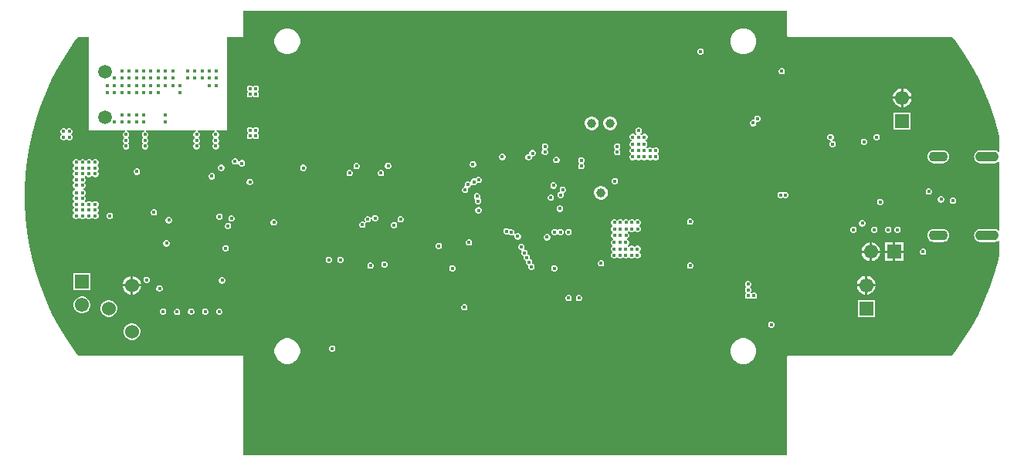
<source format=gbr>
G04*
G04 #@! TF.GenerationSoftware,Altium Limited,Altium Designer,24.3.1 (35)*
G04*
G04 Layer_Physical_Order=2*
G04 Layer_Color=36540*
%FSLAX44Y44*%
%MOMM*%
G71*
G04*
G04 #@! TF.SameCoordinates,025A4B24-8724-457C-B47B-0DB420FA472D*
G04*
G04*
G04 #@! TF.FilePolarity,Positive*
G04*
G01*
G75*
G04:AMPARAMS|DCode=124|XSize=1.1mm|YSize=2.6mm|CornerRadius=0.55mm|HoleSize=0mm|Usage=FLASHONLY|Rotation=270.000|XOffset=0mm|YOffset=0mm|HoleType=Round|Shape=RoundedRectangle|*
%AMROUNDEDRECTD124*
21,1,1.1000,1.5000,0,0,270.0*
21,1,0.0000,2.6000,0,0,270.0*
1,1,1.1000,-0.7500,0.0000*
1,1,1.1000,-0.7500,0.0000*
1,1,1.1000,0.7500,0.0000*
1,1,1.1000,0.7500,0.0000*
%
%ADD124ROUNDEDRECTD124*%
G04:AMPARAMS|DCode=125|XSize=1.1mm|YSize=2.1mm|CornerRadius=0.55mm|HoleSize=0mm|Usage=FLASHONLY|Rotation=270.000|XOffset=0mm|YOffset=0mm|HoleType=Round|Shape=RoundedRectangle|*
%AMROUNDEDRECTD125*
21,1,1.1000,1.0000,0,0,270.0*
21,1,0.0000,2.1000,0,0,270.0*
1,1,1.1000,-0.5000,0.0000*
1,1,1.1000,-0.5000,0.0000*
1,1,1.1000,0.5000,0.0000*
1,1,1.1000,0.5000,0.0000*
%
%ADD125ROUNDEDRECTD125*%
%ADD142R,1.5500X1.5500*%
%ADD143C,1.5500*%
%ADD144R,1.5500X1.5500*%
%ADD145C,1.5000*%
%ADD146C,0.9910*%
%ADD147C,0.3650*%
%ADD148C,1.5240*%
G36*
X297935Y176784D02*
X298090Y176004D01*
X298532Y175342D01*
X299194Y174900D01*
X299974Y174745D01*
X479200D01*
X483347Y169341D01*
X492061Y156633D01*
X500083Y143477D01*
X507391Y129912D01*
X513964Y115975D01*
X519783Y101707D01*
X524831Y87149D01*
X529095Y72341D01*
X530770Y65085D01*
Y49227D01*
X529500Y48601D01*
X528542Y49335D01*
X526834Y50043D01*
X525000Y50285D01*
X510000D01*
X508166Y50043D01*
X506458Y49335D01*
X504990Y48210D01*
X503865Y46742D01*
X503157Y45034D01*
X502915Y43200D01*
X503157Y41366D01*
X503865Y39658D01*
X504990Y38190D01*
X506458Y37064D01*
X508166Y36357D01*
X510000Y36115D01*
X525000D01*
X526834Y36357D01*
X528542Y37064D01*
X529500Y37799D01*
X530770Y37173D01*
Y-37173D01*
X529500Y-37799D01*
X528542Y-37064D01*
X526834Y-36357D01*
X525000Y-36115D01*
X510000D01*
X508166Y-36357D01*
X506458Y-37064D01*
X504990Y-38190D01*
X503865Y-39658D01*
X503157Y-41366D01*
X502915Y-43200D01*
X503157Y-45034D01*
X503865Y-46742D01*
X504990Y-48210D01*
X506458Y-49335D01*
X508166Y-50043D01*
X510000Y-50285D01*
X525000D01*
X526834Y-50043D01*
X528542Y-49335D01*
X529500Y-48601D01*
X530770Y-49227D01*
Y-65085D01*
X529095Y-72341D01*
X524831Y-87149D01*
X519783Y-101707D01*
X513964Y-115975D01*
X507391Y-129911D01*
X500083Y-143477D01*
X492061Y-156632D01*
X483347Y-169341D01*
X479200Y-174745D01*
X299974D01*
X299194Y-174900D01*
X298532Y-175342D01*
X298090Y-176004D01*
X297935Y-176784D01*
Y-283922D01*
X-297935D01*
Y-176784D01*
X-298090Y-176004D01*
X-298532Y-175342D01*
X-299194Y-174900D01*
X-299974Y-174745D01*
X-479200D01*
X-483442Y-169217D01*
X-492319Y-156240D01*
X-500477Y-142797D01*
X-507889Y-128930D01*
X-514534Y-114680D01*
X-520392Y-100088D01*
X-525446Y-85199D01*
X-529681Y-70057D01*
X-533084Y-54706D01*
X-535646Y-39193D01*
X-537357Y-23563D01*
X-538215Y-7862D01*
X-538215Y7861D01*
X-537358Y23561D01*
X-535646Y39191D01*
X-533085Y54705D01*
X-529682Y70056D01*
X-525447Y85198D01*
X-520393Y100087D01*
X-514534Y114679D01*
X-507889Y128929D01*
X-500477Y142796D01*
X-492320Y156238D01*
X-483443Y169216D01*
X-479200Y174745D01*
X-467360D01*
Y72402D01*
X-427596D01*
X-427504Y71170D01*
X-428805Y70631D01*
X-429801Y69635D01*
X-430340Y68334D01*
Y66926D01*
X-429801Y65625D01*
X-429461Y65285D01*
X-428919Y64455D01*
X-429461Y63625D01*
X-429801Y63285D01*
X-430340Y61984D01*
Y60576D01*
X-429801Y59275D01*
X-429461Y58935D01*
X-428919Y58105D01*
X-429461Y57275D01*
X-429801Y56935D01*
X-430340Y55634D01*
Y54226D01*
X-429801Y52925D01*
X-428805Y51929D01*
X-427504Y51390D01*
X-426096D01*
X-424795Y51929D01*
X-423799Y52925D01*
X-423260Y54226D01*
Y55634D01*
X-423799Y56935D01*
X-424139Y57275D01*
X-424681Y58105D01*
X-424139Y58935D01*
X-423799Y59275D01*
X-423260Y60576D01*
Y61984D01*
X-423799Y63285D01*
X-424139Y63625D01*
X-424681Y64455D01*
X-424139Y65285D01*
X-423799Y65625D01*
X-423260Y66926D01*
Y68334D01*
X-423799Y69635D01*
X-424795Y70631D01*
X-426096Y71170D01*
X-426004Y72402D01*
X-406641D01*
X-406549Y71170D01*
X-407850Y70631D01*
X-408846Y69635D01*
X-409385Y68334D01*
Y66926D01*
X-408846Y65625D01*
X-408506Y65285D01*
X-407964Y64455D01*
X-408506Y63625D01*
X-408846Y63285D01*
X-409385Y61984D01*
Y60576D01*
X-408846Y59275D01*
X-408506Y58935D01*
X-407964Y58105D01*
X-408506Y57275D01*
X-408846Y56935D01*
X-409385Y55634D01*
Y54226D01*
X-408846Y52925D01*
X-407850Y51929D01*
X-406549Y51390D01*
X-405141D01*
X-403840Y51929D01*
X-402844Y52925D01*
X-402305Y54226D01*
Y55634D01*
X-402844Y56935D01*
X-403184Y57275D01*
X-403726Y58105D01*
X-403184Y58935D01*
X-402844Y59275D01*
X-402305Y60576D01*
Y61984D01*
X-402844Y63285D01*
X-403184Y63625D01*
X-403726Y64455D01*
X-403184Y65285D01*
X-402844Y65625D01*
X-402305Y66926D01*
Y68334D01*
X-402844Y69635D01*
X-403840Y70631D01*
X-405141Y71170D01*
X-405049Y72402D01*
X-350126D01*
X-350034Y71170D01*
X-351335Y70631D01*
X-352331Y69635D01*
X-352870Y68334D01*
Y66926D01*
X-352331Y65625D01*
X-351991Y65285D01*
X-351449Y64455D01*
X-351991Y63625D01*
X-352331Y63285D01*
X-352870Y61984D01*
Y60576D01*
X-352331Y59275D01*
X-351991Y58935D01*
X-351449Y58105D01*
X-351991Y57275D01*
X-352331Y56935D01*
X-352870Y55634D01*
Y54226D01*
X-352331Y52925D01*
X-351335Y51929D01*
X-350034Y51390D01*
X-348626D01*
X-347325Y51929D01*
X-346329Y52925D01*
X-345790Y54226D01*
Y55634D01*
X-346329Y56935D01*
X-346669Y57275D01*
X-347211Y58105D01*
X-346669Y58935D01*
X-346329Y59275D01*
X-345790Y60576D01*
Y61984D01*
X-346329Y63285D01*
X-346669Y63625D01*
X-347211Y64455D01*
X-346669Y65285D01*
X-346329Y65625D01*
X-345790Y66926D01*
Y68334D01*
X-346329Y69635D01*
X-347325Y70631D01*
X-348626Y71170D01*
X-348534Y72402D01*
X-329171D01*
X-329079Y71170D01*
X-330380Y70631D01*
X-331376Y69635D01*
X-331915Y68334D01*
Y66926D01*
X-331376Y65625D01*
X-331036Y65285D01*
X-330494Y64455D01*
X-331036Y63625D01*
X-331376Y63285D01*
X-331915Y61984D01*
Y60576D01*
X-331376Y59275D01*
X-331036Y58935D01*
X-330494Y58105D01*
X-331036Y57275D01*
X-331376Y56935D01*
X-331915Y55634D01*
Y54226D01*
X-331376Y52925D01*
X-330380Y51929D01*
X-329079Y51390D01*
X-327671D01*
X-326370Y51929D01*
X-325374Y52925D01*
X-324835Y54226D01*
Y55634D01*
X-325374Y56935D01*
X-325714Y57275D01*
X-326256Y58105D01*
X-325714Y58935D01*
X-325374Y59275D01*
X-324835Y60576D01*
Y61984D01*
X-325374Y63285D01*
X-325714Y63625D01*
X-326256Y64455D01*
X-325714Y65285D01*
X-325374Y65625D01*
X-324835Y66926D01*
Y68334D01*
X-325374Y69635D01*
X-326370Y70631D01*
X-327671Y71170D01*
X-327579Y72402D01*
X-316254D01*
Y174745D01*
X-299974D01*
X-299194Y174900D01*
X-298532Y175342D01*
X-298090Y176004D01*
X-297935Y176784D01*
Y203200D01*
X297935D01*
Y176784D01*
D02*
G37*
%LPC*%
G36*
X251848Y184040D02*
X248152D01*
X244581Y183083D01*
X241379Y181235D01*
X238765Y178621D01*
X236917Y175419D01*
X235960Y171848D01*
Y168152D01*
X236917Y164581D01*
X238765Y161379D01*
X241379Y158765D01*
X244581Y156917D01*
X248152Y155960D01*
X251848D01*
X255419Y156917D01*
X258621Y158765D01*
X261235Y161379D01*
X263083Y164581D01*
X264040Y168152D01*
Y171848D01*
X263083Y175419D01*
X261235Y178621D01*
X258621Y181235D01*
X255419Y183083D01*
X251848Y184040D01*
D02*
G37*
G36*
X-248152D02*
X-251848D01*
X-255419Y183083D01*
X-258621Y181235D01*
X-261235Y178621D01*
X-263083Y175419D01*
X-264040Y171848D01*
Y168152D01*
X-263083Y164581D01*
X-261235Y161379D01*
X-258621Y158765D01*
X-255419Y156917D01*
X-251848Y155960D01*
X-248152D01*
X-244581Y156917D01*
X-241379Y158765D01*
X-238765Y161379D01*
X-236917Y164581D01*
X-235960Y168152D01*
Y171848D01*
X-236917Y175419D01*
X-238765Y178621D01*
X-241379Y181235D01*
X-244581Y183083D01*
X-248152Y184040D01*
D02*
G37*
G36*
X203904Y162290D02*
X202496D01*
X201195Y161751D01*
X200199Y160755D01*
X199660Y159454D01*
Y158046D01*
X200199Y156745D01*
X201195Y155749D01*
X202496Y155210D01*
X203904D01*
X205205Y155749D01*
X206201Y156745D01*
X206740Y158046D01*
Y159454D01*
X206201Y160755D01*
X205205Y161751D01*
X203904Y162290D01*
D02*
G37*
G36*
X292804Y140700D02*
X291396D01*
X290095Y140161D01*
X289099Y139165D01*
X288560Y137864D01*
Y136456D01*
X289099Y135155D01*
X290095Y134159D01*
X291396Y133620D01*
X292804D01*
X294105Y134159D01*
X295101Y135155D01*
X295640Y136456D01*
Y137864D01*
X295101Y139165D01*
X294105Y140161D01*
X292804Y140700D01*
D02*
G37*
G36*
X-283844Y121581D02*
X-285253D01*
X-286554Y121042D01*
X-286860Y120737D01*
X-287689Y120146D01*
X-288519Y120737D01*
X-288825Y121042D01*
X-290126Y121581D01*
X-291534D01*
X-292835Y121042D01*
X-293831Y120047D01*
X-294370Y118746D01*
Y117337D01*
X-293831Y116036D01*
X-293525Y115730D01*
X-292935Y114901D01*
X-293525Y114071D01*
X-293831Y113765D01*
X-294370Y112464D01*
Y111056D01*
X-293831Y109755D01*
X-292835Y108759D01*
X-291534Y108220D01*
X-290126D01*
X-288825Y108759D01*
X-288519Y109065D01*
X-287689Y109655D01*
X-286860Y109065D01*
X-286554Y108759D01*
X-285253Y108220D01*
X-283844D01*
X-282543Y108759D01*
X-281548Y109755D01*
X-281009Y111056D01*
Y112464D01*
X-281548Y113765D01*
X-281853Y114071D01*
X-282444Y114901D01*
X-281853Y115730D01*
X-281548Y116036D01*
X-281009Y117337D01*
Y118746D01*
X-281548Y120047D01*
X-282543Y121042D01*
X-283844Y121581D01*
D02*
G37*
G36*
X425535Y118240D02*
X425450D01*
Y109220D01*
X434470D01*
Y109305D01*
X433769Y111922D01*
X432414Y114268D01*
X430498Y116184D01*
X428152Y117539D01*
X425535Y118240D01*
D02*
G37*
G36*
X422910D02*
X422825D01*
X420208Y117539D01*
X417862Y116184D01*
X415946Y114268D01*
X414591Y111922D01*
X413890Y109305D01*
Y109220D01*
X422910D01*
Y118240D01*
D02*
G37*
G36*
X434470Y106680D02*
X425450D01*
Y97660D01*
X425535D01*
X428152Y98361D01*
X430498Y99716D01*
X432414Y101632D01*
X433769Y103978D01*
X434470Y106595D01*
Y106680D01*
D02*
G37*
G36*
X422910D02*
X413890D01*
Y106595D01*
X414591Y103978D01*
X415946Y101632D01*
X417862Y99716D01*
X420208Y98361D01*
X422825Y97660D01*
X422910D01*
Y106680D01*
D02*
G37*
G36*
X266134Y88630D02*
X264726D01*
X263425Y88091D01*
X262429Y87095D01*
X261890Y85794D01*
Y85070D01*
X261616Y84271D01*
X260718Y83897D01*
X260079D01*
X258778Y83358D01*
X257782Y82362D01*
X257243Y81061D01*
Y79653D01*
X257782Y78351D01*
X258778Y77356D01*
X260079Y76817D01*
X261487D01*
X262788Y77356D01*
X263784Y78351D01*
X264323Y79653D01*
Y80377D01*
X264597Y81175D01*
X265495Y81550D01*
X266134D01*
X267435Y82089D01*
X268431Y83085D01*
X268970Y84386D01*
Y85794D01*
X268431Y87095D01*
X267435Y88091D01*
X266134Y88630D01*
D02*
G37*
G36*
X-283844Y75930D02*
X-285253D01*
X-286554Y75391D01*
X-286860Y75085D01*
X-287689Y74495D01*
X-288519Y75085D01*
X-288825Y75391D01*
X-290126Y75930D01*
X-291534D01*
X-292835Y75391D01*
X-293831Y74395D01*
X-294370Y73094D01*
Y71686D01*
X-293831Y70385D01*
X-293525Y70079D01*
X-292935Y69249D01*
X-293525Y68420D01*
X-293831Y68114D01*
X-294370Y66813D01*
Y65404D01*
X-293831Y64103D01*
X-292835Y63108D01*
X-291534Y62569D01*
X-290126D01*
X-288825Y63108D01*
X-288519Y63413D01*
X-287689Y64004D01*
X-286860Y63413D01*
X-286554Y63108D01*
X-285253Y62569D01*
X-283844D01*
X-282543Y63108D01*
X-281548Y64103D01*
X-281009Y65404D01*
Y66813D01*
X-281548Y68114D01*
X-281853Y68420D01*
X-282444Y69249D01*
X-281853Y70079D01*
X-281548Y70385D01*
X-281009Y71686D01*
Y73094D01*
X-281548Y74395D01*
X-282543Y75391D01*
X-283844Y75930D01*
D02*
G37*
G36*
X433454Y91824D02*
X414906D01*
Y73276D01*
X433454D01*
Y91824D01*
D02*
G37*
G36*
X-488246Y74660D02*
X-489654D01*
X-490955Y74121D01*
X-491261Y73815D01*
X-492091Y73225D01*
X-492920Y73815D01*
X-493226Y74121D01*
X-494527Y74660D01*
X-495936D01*
X-497237Y74121D01*
X-498232Y73125D01*
X-498771Y71824D01*
Y70416D01*
X-498232Y69115D01*
X-497927Y68809D01*
X-497336Y67979D01*
X-497927Y67150D01*
X-498232Y66844D01*
X-498771Y65543D01*
Y64134D01*
X-498232Y62833D01*
X-497237Y61838D01*
X-495936Y61299D01*
X-494527D01*
X-493226Y61838D01*
X-492920Y62143D01*
X-492091Y62734D01*
X-491261Y62143D01*
X-490955Y61838D01*
X-489654Y61299D01*
X-488246D01*
X-486945Y61838D01*
X-485949Y62833D01*
X-485410Y64134D01*
Y65543D01*
X-485949Y66844D01*
X-486255Y67150D01*
X-486845Y67979D01*
X-486255Y68809D01*
X-485949Y69115D01*
X-485410Y70416D01*
Y71824D01*
X-485949Y73125D01*
X-486945Y74121D01*
X-488246Y74660D01*
D02*
G37*
G36*
X105117Y87505D02*
X103143D01*
X101237Y86994D01*
X99528Y86007D01*
X98132Y84612D01*
X97146Y82903D01*
X96635Y80997D01*
Y79023D01*
X97146Y77117D01*
X98132Y75408D01*
X99528Y74012D01*
X101237Y73026D01*
X103143Y72515D01*
X105117D01*
X107023Y73026D01*
X108732Y74012D01*
X110127Y75408D01*
X111114Y77117D01*
X111625Y79023D01*
Y80997D01*
X111114Y82903D01*
X110127Y84612D01*
X108732Y86007D01*
X107023Y86994D01*
X105117Y87505D01*
D02*
G37*
G36*
X84817D02*
X82843D01*
X80937Y86994D01*
X79228Y86007D01*
X77832Y84612D01*
X76846Y82903D01*
X76335Y80997D01*
Y79023D01*
X76846Y77117D01*
X77832Y75408D01*
X79228Y74012D01*
X80937Y73026D01*
X82843Y72515D01*
X84817D01*
X86723Y73026D01*
X88432Y74012D01*
X89827Y75408D01*
X90814Y77117D01*
X91325Y79023D01*
Y80997D01*
X90814Y82903D01*
X89827Y84612D01*
X88432Y86007D01*
X86723Y86994D01*
X84817Y87505D01*
D02*
G37*
G36*
X135930Y75479D02*
X134521D01*
X133220Y74940D01*
X132224Y73944D01*
X131685Y72643D01*
Y71235D01*
X132224Y69934D01*
X132943Y69215D01*
X133112Y68447D01*
X132971Y67805D01*
X131834Y67214D01*
X131221Y67615D01*
X130881Y67955D01*
X129580Y68494D01*
X128171D01*
X126870Y67955D01*
X125874Y66959D01*
X125336Y65658D01*
Y64250D01*
X125874Y62949D01*
X126870Y61953D01*
X127411Y61729D01*
Y60355D01*
X126692Y60057D01*
X125696Y59061D01*
X125157Y57760D01*
Y56352D01*
X125696Y55051D01*
X126415Y54332D01*
X126584Y53563D01*
X126415Y52795D01*
X125696Y52076D01*
X125157Y50775D01*
Y49367D01*
X125696Y48066D01*
X126415Y47347D01*
X126584Y46578D01*
X126415Y45810D01*
X125696Y45091D01*
X125157Y43790D01*
Y42382D01*
X125696Y41081D01*
X126692Y40085D01*
X127993Y39546D01*
X129401D01*
X130703Y40085D01*
X131043Y40425D01*
X131872Y40967D01*
X132702Y40425D01*
X133042Y40085D01*
X134343Y39546D01*
X135751D01*
X137053Y40085D01*
X137393Y40425D01*
X138222Y40967D01*
X139052Y40425D01*
X139392Y40085D01*
X140693Y39546D01*
X142101D01*
X143403Y40085D01*
X143743Y40425D01*
X144572Y40967D01*
X145402Y40425D01*
X145742Y40085D01*
X147043Y39546D01*
X148451D01*
X149753Y40085D01*
X150093Y40425D01*
X150922Y40967D01*
X151752Y40425D01*
X152092Y40085D01*
X153393Y39546D01*
X154801D01*
X156103Y40085D01*
X157098Y41081D01*
X157637Y42382D01*
Y43790D01*
X157098Y45091D01*
X156380Y45810D01*
X156211Y46578D01*
X156380Y47347D01*
X157098Y48066D01*
X157637Y49367D01*
Y50775D01*
X157098Y52076D01*
X156103Y53072D01*
X154801Y53611D01*
X153393D01*
X152092Y53072D01*
X151752Y52732D01*
X150922Y52190D01*
X150093Y52732D01*
X149753Y53072D01*
X148451Y53611D01*
X147043D01*
X145742Y53072D01*
X145402Y52732D01*
X144789Y52331D01*
X143652Y52922D01*
X143511Y53563D01*
X143680Y54332D01*
X144398Y55051D01*
X144937Y56352D01*
Y57760D01*
X144398Y59061D01*
X143403Y60057D01*
X142862Y60281D01*
Y61656D01*
X143581Y61953D01*
X144577Y62949D01*
X145115Y64250D01*
Y65658D01*
X144577Y66959D01*
X143581Y67955D01*
X142280Y68494D01*
X140871D01*
X139570Y67955D01*
X139230Y67615D01*
X138617Y67214D01*
X137480Y67805D01*
X137339Y68447D01*
X137508Y69215D01*
X138226Y69934D01*
X138765Y71235D01*
Y72643D01*
X138226Y73944D01*
X137231Y74940D01*
X135930Y75479D01*
D02*
G37*
G36*
X396944Y68310D02*
X395536D01*
X394235Y67771D01*
X393239Y66775D01*
X392700Y65474D01*
Y64066D01*
X393239Y62765D01*
X394235Y61769D01*
X395536Y61230D01*
X396944D01*
X398245Y61769D01*
X399241Y62765D01*
X399780Y64066D01*
Y65474D01*
X399241Y66775D01*
X398245Y67771D01*
X396944Y68310D01*
D02*
G37*
G36*
X382974Y63230D02*
X381566D01*
X380265Y62691D01*
X379269Y61695D01*
X378730Y60394D01*
Y58986D01*
X379269Y57685D01*
X380265Y56689D01*
X381566Y56150D01*
X382974D01*
X384275Y56689D01*
X385271Y57685D01*
X385810Y58986D01*
Y60394D01*
X385271Y61695D01*
X384275Y62691D01*
X382974Y63230D01*
D02*
G37*
G36*
X346333Y68379D02*
X344925D01*
X343624Y67840D01*
X342628Y66844D01*
X342089Y65543D01*
Y64134D01*
X342628Y62833D01*
X343624Y61838D01*
X344925Y61299D01*
X345463D01*
X345774Y60600D01*
X345852Y60029D01*
X344979Y59155D01*
X344440Y57854D01*
Y56446D01*
X344979Y55145D01*
X345975Y54149D01*
X347276Y53610D01*
X348684D01*
X349985Y54149D01*
X350981Y55145D01*
X351520Y56446D01*
Y57854D01*
X350981Y59155D01*
X349985Y60151D01*
X348684Y60690D01*
X348146D01*
X347835Y61389D01*
X347757Y61960D01*
X348630Y62833D01*
X349169Y64134D01*
Y65543D01*
X348630Y66844D01*
X347635Y67840D01*
X346333Y68379D01*
D02*
G37*
G36*
X33319Y58157D02*
X31911D01*
X30609Y57618D01*
X29614Y56623D01*
X29075Y55321D01*
Y53913D01*
X29614Y52612D01*
X29770Y52456D01*
X30521Y51548D01*
X29525Y50552D01*
X28986Y49251D01*
Y47842D01*
X29525Y46541D01*
X30521Y45546D01*
X31822Y45007D01*
X33230D01*
X34531Y45546D01*
X35527Y46541D01*
X36066Y47842D01*
Y49251D01*
X35527Y50552D01*
X35371Y50708D01*
X34620Y51616D01*
X35616Y52612D01*
X36155Y53913D01*
Y55321D01*
X35616Y56623D01*
X34620Y57618D01*
X33319Y58157D01*
D02*
G37*
G36*
X112464Y58150D02*
X111056D01*
X109755Y57611D01*
X108759Y56615D01*
X108220Y55314D01*
Y53906D01*
X108759Y52605D01*
X109099Y52265D01*
X109641Y51435D01*
X109099Y50605D01*
X108759Y50265D01*
X108220Y48964D01*
Y47556D01*
X108759Y46255D01*
X109755Y45259D01*
X111056Y44720D01*
X112464D01*
X113765Y45259D01*
X114761Y46255D01*
X115300Y47556D01*
Y48964D01*
X114761Y50265D01*
X114421Y50605D01*
X113879Y51435D01*
X114421Y52265D01*
X114761Y52605D01*
X115300Y53906D01*
Y55314D01*
X114761Y56615D01*
X113765Y57611D01*
X112464Y58150D01*
D02*
G37*
G36*
X-13487Y46649D02*
X-14896D01*
X-16197Y46110D01*
X-17193Y45114D01*
X-17731Y43813D01*
Y42405D01*
X-17193Y41104D01*
X-16197Y40108D01*
X-14896Y39569D01*
X-13487D01*
X-12186Y40108D01*
X-11191Y41104D01*
X-10652Y42405D01*
Y43813D01*
X-11191Y45114D01*
X-12186Y46110D01*
X-13487Y46649D01*
D02*
G37*
G36*
X19619Y50666D02*
X18210D01*
X16909Y50127D01*
X15913Y49131D01*
X15374Y47830D01*
Y47529D01*
X15312Y46418D01*
X14201Y46356D01*
X13900D01*
X12599Y45817D01*
X11603Y44821D01*
X11064Y43520D01*
Y42112D01*
X11603Y40810D01*
X12599Y39815D01*
X13900Y39276D01*
X15309D01*
X16610Y39815D01*
X17606Y40810D01*
X18144Y42112D01*
Y42412D01*
X18207Y43523D01*
X19318Y43586D01*
X19619D01*
X20920Y44124D01*
X21916Y45120D01*
X22454Y46421D01*
Y47830D01*
X21916Y49131D01*
X20920Y50127D01*
X19619Y50666D01*
D02*
G37*
G36*
X-459751Y40690D02*
X-461159D01*
X-462460Y40151D01*
X-463179Y39432D01*
X-463947Y39263D01*
X-464716Y39432D01*
X-465435Y40151D01*
X-466736Y40690D01*
X-468144D01*
X-469445Y40151D01*
X-470164Y39432D01*
X-470933Y39263D01*
X-471701Y39432D01*
X-472420Y40151D01*
X-473721Y40690D01*
X-475129D01*
X-476430Y40151D01*
X-477149Y39432D01*
X-477918Y39263D01*
X-478686Y39432D01*
X-479405Y40151D01*
X-480706Y40690D01*
X-482114D01*
X-483415Y40151D01*
X-484411Y39155D01*
X-484950Y37854D01*
Y36446D01*
X-484411Y35145D01*
X-484071Y34805D01*
X-483529Y33975D01*
X-484071Y33145D01*
X-484411Y32805D01*
X-484950Y31504D01*
Y30096D01*
X-484411Y28795D01*
X-484071Y28455D01*
X-483529Y27625D01*
X-484071Y26795D01*
X-484411Y26455D01*
X-484950Y25154D01*
Y23746D01*
X-484411Y22445D01*
X-484071Y22105D01*
X-483529Y21275D01*
X-484071Y20445D01*
X-484411Y20105D01*
X-484950Y18804D01*
Y17396D01*
X-484411Y16095D01*
X-484071Y15755D01*
X-483529Y14925D01*
X-484071Y14095D01*
X-484411Y13755D01*
X-484950Y12454D01*
Y11046D01*
X-484411Y9745D01*
X-483415Y8749D01*
X-482634Y8425D01*
Y7051D01*
X-483415Y6727D01*
X-484411Y5732D01*
X-484950Y4430D01*
Y3022D01*
X-484411Y1721D01*
X-484071Y1381D01*
X-483529Y551D01*
X-484071Y-278D01*
X-484411Y-618D01*
X-484950Y-1919D01*
Y-3328D01*
X-484411Y-4629D01*
X-484071Y-4969D01*
X-483529Y-5799D01*
X-484071Y-6628D01*
X-484411Y-6968D01*
X-484950Y-8270D01*
Y-9678D01*
X-484411Y-10979D01*
X-484071Y-11319D01*
X-483529Y-12149D01*
X-484071Y-12978D01*
X-484411Y-13318D01*
X-484950Y-14619D01*
Y-16028D01*
X-484411Y-17329D01*
X-484071Y-17669D01*
X-483529Y-18499D01*
X-484071Y-19328D01*
X-484411Y-19668D01*
X-484950Y-20970D01*
Y-22378D01*
X-484411Y-23679D01*
X-483415Y-24675D01*
X-482114Y-25214D01*
X-480706D01*
X-479405Y-24675D01*
X-478686Y-23956D01*
X-477918Y-23787D01*
X-477149Y-23956D01*
X-476430Y-24675D01*
X-475129Y-25214D01*
X-473721D01*
X-472420Y-24675D01*
X-471701Y-23956D01*
X-470933Y-23787D01*
X-470164Y-23956D01*
X-469445Y-24675D01*
X-468144Y-25214D01*
X-466736D01*
X-465435Y-24675D01*
X-464716Y-23956D01*
X-463947Y-23787D01*
X-463179Y-23956D01*
X-462460Y-24675D01*
X-461159Y-25214D01*
X-459751D01*
X-458450Y-24675D01*
X-457454Y-23679D01*
X-456915Y-22378D01*
Y-20970D01*
X-457454Y-19668D01*
X-457794Y-19328D01*
X-458336Y-18499D01*
X-457794Y-17669D01*
X-457454Y-17329D01*
X-456915Y-16028D01*
Y-14619D01*
X-457454Y-13318D01*
X-457794Y-12978D01*
X-458336Y-12149D01*
X-457794Y-11319D01*
X-457454Y-10979D01*
X-456915Y-9678D01*
Y-8270D01*
X-457454Y-6968D01*
X-458450Y-5973D01*
X-459751Y-5434D01*
X-461159D01*
X-462460Y-5973D01*
X-463179Y-6691D01*
X-463947Y-6860D01*
X-464716Y-6691D01*
X-465435Y-5973D01*
X-466736Y-5434D01*
X-468144D01*
X-469445Y-5973D01*
X-470164Y-6691D01*
X-470933Y-6860D01*
X-471574Y-6719D01*
X-472165Y-5582D01*
X-471764Y-4969D01*
X-471424Y-4629D01*
X-470885Y-3328D01*
Y-1919D01*
X-471424Y-618D01*
X-471764Y-278D01*
X-472306Y551D01*
X-471764Y1381D01*
X-471424Y1721D01*
X-470885Y3022D01*
Y4430D01*
X-471424Y5732D01*
X-472420Y6727D01*
X-473201Y7051D01*
Y8425D01*
X-472420Y8749D01*
X-471424Y9745D01*
X-470885Y11046D01*
Y12454D01*
X-471424Y13755D01*
X-471764Y14095D01*
X-472306Y14925D01*
X-471764Y15755D01*
X-471424Y16095D01*
X-470885Y17396D01*
Y18804D01*
X-471424Y20105D01*
X-471764Y20445D01*
X-472165Y21058D01*
X-471574Y22196D01*
X-470933Y22337D01*
X-470164Y22168D01*
X-469445Y21449D01*
X-468144Y20910D01*
X-466736D01*
X-465435Y21449D01*
X-464716Y22168D01*
X-463947Y22337D01*
X-463179Y22168D01*
X-462460Y21449D01*
X-461159Y20910D01*
X-459751D01*
X-458450Y21449D01*
X-457454Y22445D01*
X-456915Y23746D01*
Y25154D01*
X-457454Y26455D01*
X-457794Y26795D01*
X-458336Y27625D01*
X-457794Y28455D01*
X-457454Y28795D01*
X-456915Y30096D01*
Y31504D01*
X-457454Y32805D01*
X-457794Y33145D01*
X-458336Y33975D01*
X-457794Y34805D01*
X-457454Y35145D01*
X-456915Y36446D01*
Y37854D01*
X-457454Y39155D01*
X-458450Y40151D01*
X-459751Y40690D01*
D02*
G37*
G36*
X45643Y43298D02*
X44234D01*
X42933Y42759D01*
X41937Y41763D01*
X41398Y40462D01*
Y39053D01*
X41937Y37752D01*
X42933Y36757D01*
X44234Y36218D01*
X45643D01*
X46944Y36757D01*
X47940Y37752D01*
X48478Y39053D01*
Y40462D01*
X47940Y41763D01*
X46944Y42759D01*
X45643Y43298D01*
D02*
G37*
G36*
X468900Y50285D02*
X458900D01*
X457066Y50043D01*
X455358Y49335D01*
X453890Y48210D01*
X452765Y46742D01*
X452057Y45034D01*
X451815Y43200D01*
X452057Y41366D01*
X452765Y39658D01*
X453890Y38190D01*
X455358Y37064D01*
X457066Y36357D01*
X458900Y36115D01*
X468900D01*
X470734Y36357D01*
X472442Y37064D01*
X473910Y38190D01*
X475035Y39658D01*
X475743Y41366D01*
X475985Y43200D01*
X475743Y45034D01*
X475035Y46742D01*
X473910Y48210D01*
X472442Y49335D01*
X470734Y50043D01*
X468900Y50285D01*
D02*
G37*
G36*
X-306636Y41640D02*
X-308044D01*
X-309345Y41101D01*
X-310341Y40105D01*
X-310880Y38804D01*
Y37396D01*
X-310341Y36095D01*
X-309345Y35099D01*
X-308044Y34560D01*
X-306636D01*
X-305335Y35099D01*
X-304530Y35904D01*
X-303626Y35711D01*
X-303260Y35514D01*
Y35356D01*
X-302721Y34055D01*
X-301725Y33059D01*
X-300424Y32520D01*
X-299016D01*
X-297715Y33059D01*
X-296719Y34055D01*
X-296180Y35356D01*
Y36764D01*
X-296719Y38065D01*
X-297715Y39061D01*
X-299016Y39600D01*
X-300424D01*
X-301725Y39061D01*
X-302530Y38256D01*
X-303434Y38449D01*
X-303800Y38646D01*
Y38804D01*
X-304339Y40105D01*
X-305335Y41101D01*
X-306636Y41640D01*
D02*
G37*
G36*
X-45704Y38481D02*
X-47113D01*
X-48414Y37942D01*
X-49409Y36946D01*
X-49948Y35645D01*
Y34237D01*
X-49409Y32936D01*
X-48414Y31940D01*
X-47113Y31401D01*
X-45704D01*
X-44403Y31940D01*
X-43407Y32936D01*
X-42868Y34237D01*
Y35645D01*
X-43407Y36946D01*
X-44403Y37942D01*
X-45704Y38481D01*
D02*
G37*
G36*
X-138766Y36790D02*
X-140174D01*
X-141475Y36251D01*
X-142471Y35255D01*
X-143010Y33954D01*
Y32546D01*
X-142471Y31245D01*
X-141475Y30249D01*
X-140174Y29710D01*
X-138766D01*
X-137465Y30249D01*
X-136469Y31245D01*
X-135930Y32546D01*
Y33954D01*
X-136469Y35255D01*
X-137465Y36251D01*
X-138766Y36790D01*
D02*
G37*
G36*
X73094Y42910D02*
X71686D01*
X70385Y42371D01*
X69389Y41375D01*
X68850Y40074D01*
Y38666D01*
X69389Y37365D01*
X69729Y37025D01*
X70271Y36195D01*
X69729Y35365D01*
X69389Y35025D01*
X68850Y33724D01*
Y32316D01*
X69389Y31015D01*
X70385Y30019D01*
X71686Y29480D01*
X73094D01*
X74395Y30019D01*
X75391Y31015D01*
X75930Y32316D01*
Y33724D01*
X75391Y35025D01*
X75051Y35365D01*
X74509Y36195D01*
X75051Y37025D01*
X75391Y37365D01*
X75930Y38666D01*
Y40074D01*
X75391Y41375D01*
X74395Y42371D01*
X73094Y42910D01*
D02*
G37*
G36*
X-173286Y36560D02*
X-174694D01*
X-175995Y36021D01*
X-176991Y35025D01*
X-177530Y33724D01*
Y32316D01*
X-176991Y31015D01*
X-175995Y30019D01*
X-174694Y29480D01*
X-173286D01*
X-171985Y30019D01*
X-170989Y31015D01*
X-170450Y32316D01*
Y33724D01*
X-170989Y35025D01*
X-171985Y36021D01*
X-173286Y36560D01*
D02*
G37*
G36*
X-231706Y34540D02*
X-233114D01*
X-234415Y34001D01*
X-235411Y33005D01*
X-235950Y31704D01*
Y30296D01*
X-235411Y28995D01*
X-234415Y27999D01*
X-233114Y27460D01*
X-231706D01*
X-230405Y27999D01*
X-229409Y28995D01*
X-228870Y30296D01*
Y31704D01*
X-229409Y33005D01*
X-230405Y34001D01*
X-231706Y34540D01*
D02*
G37*
G36*
X-321756Y34540D02*
X-323164D01*
X-324465Y34001D01*
X-325461Y33005D01*
X-326000Y31704D01*
Y30296D01*
X-325461Y28995D01*
X-324465Y27999D01*
X-323164Y27460D01*
X-321756D01*
X-320455Y27999D01*
X-319459Y28995D01*
X-318920Y30296D01*
Y31704D01*
X-319459Y33005D01*
X-320455Y34001D01*
X-321756Y34540D01*
D02*
G37*
G36*
X-414217Y30547D02*
X-415625D01*
X-416927Y30008D01*
X-417922Y29012D01*
X-418461Y27711D01*
Y26303D01*
X-417922Y25002D01*
X-416927Y24006D01*
X-415625Y23467D01*
X-414217D01*
X-412916Y24006D01*
X-411920Y25002D01*
X-411381Y26303D01*
Y27711D01*
X-411920Y29012D01*
X-412916Y30008D01*
X-414217Y30547D01*
D02*
G37*
G36*
X-146616Y28940D02*
X-148024D01*
X-149325Y28401D01*
X-150321Y27405D01*
X-150860Y26104D01*
Y24696D01*
X-150321Y23395D01*
X-149325Y22399D01*
X-148024Y21860D01*
X-146616D01*
X-145315Y22399D01*
X-144319Y23395D01*
X-143780Y24696D01*
Y26104D01*
X-144319Y27405D01*
X-145315Y28401D01*
X-146616Y28940D01*
D02*
G37*
G36*
X-180906D02*
X-182314D01*
X-183615Y28401D01*
X-184611Y27405D01*
X-185150Y26104D01*
Y24696D01*
X-184611Y23395D01*
X-183615Y22399D01*
X-182314Y21860D01*
X-180906D01*
X-179605Y22399D01*
X-178609Y23395D01*
X-178070Y24696D01*
Y26104D01*
X-178609Y27405D01*
X-179605Y28401D01*
X-180906Y28940D01*
D02*
G37*
G36*
X-39667Y21306D02*
X-41075D01*
X-42376Y20767D01*
X-43372Y19771D01*
X-43730Y18908D01*
X-44636Y19284D01*
X-46045D01*
X-47346Y18745D01*
X-48341Y17749D01*
X-48880Y16448D01*
Y16313D01*
X-50065Y15701D01*
X-51366Y16240D01*
X-52774D01*
X-54075Y15701D01*
X-55071Y14705D01*
X-55610Y13404D01*
Y11996D01*
X-55492Y11710D01*
X-55864Y10440D01*
X-57165Y9901D01*
X-58161Y8905D01*
X-58700Y7604D01*
Y6196D01*
X-58161Y4895D01*
X-57165Y3899D01*
X-55864Y3360D01*
X-54456D01*
X-53155Y3899D01*
X-52159Y4895D01*
X-51620Y6196D01*
Y7604D01*
X-51739Y7890D01*
X-51366Y9160D01*
X-50065Y9699D01*
X-49069Y10695D01*
X-48530Y11996D01*
Y12131D01*
X-47346Y12743D01*
X-46045Y12204D01*
X-44636D01*
X-43335Y12743D01*
X-42339Y13738D01*
X-41982Y14601D01*
X-41075Y14226D01*
X-39667D01*
X-38366Y14765D01*
X-37370Y15761D01*
X-36831Y17062D01*
Y18470D01*
X-37370Y19771D01*
X-38366Y20767D01*
X-39667Y21306D01*
D02*
G37*
G36*
X-332116Y25450D02*
X-333524D01*
X-334825Y24911D01*
X-335821Y23915D01*
X-336360Y22614D01*
Y21206D01*
X-335821Y19905D01*
X-334825Y18909D01*
X-333524Y18370D01*
X-332116D01*
X-330815Y18909D01*
X-329819Y19905D01*
X-329280Y21206D01*
Y22614D01*
X-329819Y23915D01*
X-330815Y24911D01*
X-332116Y25450D01*
D02*
G37*
G36*
X109924Y20050D02*
X108516D01*
X107215Y19511D01*
X106219Y18515D01*
X105680Y17214D01*
Y15806D01*
X106219Y14505D01*
X107215Y13509D01*
X108516Y12970D01*
X109924D01*
X111225Y13509D01*
X112221Y14505D01*
X112760Y15806D01*
Y17214D01*
X112221Y18515D01*
X111225Y19511D01*
X109924Y20050D01*
D02*
G37*
G36*
X-290206Y19100D02*
X-291614D01*
X-292915Y18561D01*
X-293911Y17565D01*
X-294450Y16264D01*
Y14856D01*
X-293911Y13555D01*
X-292915Y12559D01*
X-291614Y12020D01*
X-290206D01*
X-288905Y12559D01*
X-287909Y13555D01*
X-287370Y14856D01*
Y16264D01*
X-287909Y17565D01*
X-288905Y18561D01*
X-290206Y19100D01*
D02*
G37*
G36*
X42597Y15207D02*
X41188D01*
X39887Y14668D01*
X38891Y13673D01*
X38353Y12371D01*
Y10963D01*
X38891Y9662D01*
X39887Y8666D01*
X41188Y8127D01*
X42597D01*
X43898Y8666D01*
X44894Y9662D01*
X45433Y10963D01*
Y12371D01*
X44894Y13673D01*
X43898Y14668D01*
X42597Y15207D01*
D02*
G37*
G36*
X296614Y4810D02*
X295206D01*
X293905Y4271D01*
X293370Y3736D01*
X292835Y4271D01*
X291534Y4810D01*
X290126D01*
X288825Y4271D01*
X287829Y3275D01*
X287290Y1974D01*
Y566D01*
X287829Y-735D01*
X288825Y-1731D01*
X290126Y-2270D01*
X291534D01*
X292835Y-1731D01*
X293370Y-1196D01*
X293905Y-1731D01*
X295206Y-2270D01*
X296614D01*
X297915Y-1731D01*
X298911Y-735D01*
X299450Y566D01*
Y1974D01*
X298911Y3275D01*
X297915Y4271D01*
X296614Y4810D01*
D02*
G37*
G36*
X454094Y8620D02*
X452686D01*
X451385Y8081D01*
X450389Y7085D01*
X449850Y5784D01*
Y4376D01*
X450389Y3075D01*
X451385Y2079D01*
X452686Y1540D01*
X454094D01*
X455395Y2079D01*
X456391Y3075D01*
X456930Y4376D01*
Y5784D01*
X456391Y7085D01*
X455395Y8081D01*
X454094Y8620D01*
D02*
G37*
G36*
X52774Y10616D02*
X51366D01*
X50065Y10077D01*
X49069Y9081D01*
X48530Y7780D01*
Y6372D01*
X48630Y6131D01*
X49043Y5059D01*
X47995Y4598D01*
X47751Y4497D01*
X46755Y3501D01*
X46216Y2200D01*
Y792D01*
X46755Y-509D01*
X47751Y-1505D01*
X49052Y-2044D01*
X50460D01*
X51761Y-1505D01*
X52757Y-509D01*
X53296Y792D01*
Y2200D01*
X53196Y2441D01*
X52783Y3513D01*
X53831Y3974D01*
X54075Y4075D01*
X55071Y5071D01*
X55610Y6372D01*
Y7780D01*
X55071Y9081D01*
X54075Y10077D01*
X52774Y10616D01*
D02*
G37*
G36*
X94967Y11305D02*
X92993D01*
X91087Y10794D01*
X89378Y9808D01*
X87983Y8412D01*
X86996Y6703D01*
X86485Y4797D01*
Y2823D01*
X86996Y917D01*
X87983Y-792D01*
X89378Y-2188D01*
X91087Y-3174D01*
X92993Y-3685D01*
X94967D01*
X96873Y-3174D01*
X98582Y-2188D01*
X99978Y-792D01*
X100964Y917D01*
X101475Y2823D01*
Y4797D01*
X100964Y6703D01*
X99978Y8412D01*
X98582Y9808D01*
X96873Y10794D01*
X94967Y11305D01*
D02*
G37*
G36*
X39684Y2000D02*
X38276D01*
X36975Y1461D01*
X35979Y465D01*
X35440Y-836D01*
Y-2244D01*
X35979Y-3545D01*
X36975Y-4541D01*
X38276Y-5080D01*
X39684D01*
X40985Y-4541D01*
X41981Y-3545D01*
X42520Y-2244D01*
Y-836D01*
X41981Y465D01*
X40985Y1461D01*
X39684Y2000D01*
D02*
G37*
G36*
X467544Y85D02*
X466136D01*
X464835Y-454D01*
X463839Y-1449D01*
X463300Y-2751D01*
Y-4159D01*
X463839Y-5460D01*
X464835Y-6456D01*
X466136Y-6995D01*
X467544D01*
X468845Y-6456D01*
X469841Y-5460D01*
X470380Y-4159D01*
Y-2751D01*
X469841Y-1449D01*
X468845Y-454D01*
X467544Y85D01*
D02*
G37*
G36*
X480538Y-1314D02*
X479130D01*
X477829Y-1853D01*
X476833Y-2849D01*
X476294Y-4150D01*
Y-5558D01*
X476833Y-6859D01*
X477829Y-7855D01*
X479130Y-8394D01*
X480538D01*
X481839Y-7855D01*
X482835Y-6859D01*
X483374Y-5558D01*
Y-4150D01*
X482835Y-2849D01*
X481839Y-1853D01*
X480538Y-1314D01*
D02*
G37*
G36*
X-41206Y3422D02*
X-42614D01*
X-43915Y2883D01*
X-44911Y1887D01*
X-45450Y586D01*
Y-822D01*
X-44911Y-2123D01*
X-43915Y-3119D01*
X-44283Y-4341D01*
X-44424Y-4680D01*
Y-6088D01*
X-43885Y-7389D01*
X-42889Y-8385D01*
X-41588Y-8924D01*
X-40180D01*
X-38878Y-8385D01*
X-37883Y-7389D01*
X-37344Y-6088D01*
Y-4680D01*
X-37883Y-3379D01*
X-38878Y-2383D01*
X-38510Y-1161D01*
X-38370Y-822D01*
Y586D01*
X-38909Y1887D01*
X-39905Y2883D01*
X-41206Y3422D01*
D02*
G37*
G36*
X400754Y-2810D02*
X399346D01*
X398045Y-3349D01*
X397049Y-4345D01*
X396510Y-5646D01*
Y-7054D01*
X397049Y-8355D01*
X398045Y-9351D01*
X399346Y-9890D01*
X400754D01*
X402055Y-9351D01*
X403051Y-8355D01*
X403590Y-7054D01*
Y-5646D01*
X403051Y-4345D01*
X402055Y-3349D01*
X400754Y-2810D01*
D02*
G37*
G36*
X49581Y-10063D02*
X48172D01*
X46871Y-10602D01*
X45876Y-11598D01*
X45337Y-12899D01*
Y-14307D01*
X45876Y-15608D01*
X46871Y-16604D01*
X48172Y-17143D01*
X49581D01*
X50882Y-16604D01*
X51878Y-15608D01*
X52417Y-14307D01*
Y-12899D01*
X51878Y-11598D01*
X50882Y-10602D01*
X49581Y-10063D01*
D02*
G37*
G36*
X-39620Y-11935D02*
X-41029D01*
X-42330Y-12474D01*
X-43326Y-13470D01*
X-43865Y-14771D01*
Y-16180D01*
X-43326Y-17481D01*
X-42330Y-18477D01*
X-41029Y-19016D01*
X-39620D01*
X-38319Y-18477D01*
X-37324Y-17481D01*
X-36785Y-16180D01*
Y-14771D01*
X-37324Y-13470D01*
X-38319Y-12474D01*
X-39620Y-11935D01*
D02*
G37*
G36*
X-395536Y-14240D02*
X-396944D01*
X-398245Y-14779D01*
X-399241Y-15775D01*
X-399780Y-17076D01*
Y-18484D01*
X-399241Y-19785D01*
X-398245Y-20781D01*
X-396944Y-21320D01*
X-395536D01*
X-394235Y-20781D01*
X-393239Y-19785D01*
X-392700Y-18484D01*
Y-17076D01*
X-393239Y-15775D01*
X-394235Y-14779D01*
X-395536Y-14240D01*
D02*
G37*
G36*
X-152966Y-20590D02*
X-154374D01*
X-155675Y-21129D01*
X-156671Y-22125D01*
X-157210Y-23426D01*
Y-23885D01*
X-158480Y-24138D01*
X-158834Y-23284D01*
X-159829Y-22289D01*
X-161130Y-21750D01*
X-162539D01*
X-163840Y-22289D01*
X-164836Y-23284D01*
X-165375Y-24585D01*
Y-25994D01*
X-164836Y-27295D01*
X-164744Y-27386D01*
X-165635Y-28287D01*
X-166936Y-27748D01*
X-168344D01*
X-169645Y-28287D01*
X-170641Y-29283D01*
X-171180Y-30584D01*
Y-31993D01*
X-170641Y-33294D01*
X-169645Y-34290D01*
X-168344Y-34829D01*
X-166936D01*
X-165635Y-34290D01*
X-164639Y-33294D01*
X-164100Y-31993D01*
Y-30584D01*
X-164639Y-29283D01*
X-164730Y-29192D01*
X-163840Y-28291D01*
X-162539Y-28830D01*
X-161130D01*
X-159829Y-28291D01*
X-158834Y-27295D01*
X-158295Y-25994D01*
Y-25534D01*
X-157025Y-25282D01*
X-156671Y-26135D01*
X-155675Y-27131D01*
X-154374Y-27670D01*
X-152966D01*
X-151665Y-27131D01*
X-150669Y-26135D01*
X-150130Y-24834D01*
Y-23426D01*
X-150669Y-22125D01*
X-151665Y-21129D01*
X-152966Y-20590D01*
D02*
G37*
G36*
X-443796Y-18050D02*
X-445204D01*
X-446505Y-18589D01*
X-447501Y-19585D01*
X-448040Y-20886D01*
Y-22294D01*
X-447501Y-23595D01*
X-446505Y-24591D01*
X-445204Y-25130D01*
X-443796D01*
X-442495Y-24591D01*
X-441499Y-23595D01*
X-440960Y-22294D01*
Y-20886D01*
X-441499Y-19585D01*
X-442495Y-18589D01*
X-443796Y-18050D01*
D02*
G37*
G36*
X-323610Y-18975D02*
X-325019D01*
X-326320Y-19514D01*
X-327316Y-20510D01*
X-327855Y-21811D01*
Y-23219D01*
X-327316Y-24520D01*
X-326320Y-25516D01*
X-325019Y-26055D01*
X-323610D01*
X-322309Y-25516D01*
X-321314Y-24520D01*
X-320775Y-23219D01*
Y-21811D01*
X-321314Y-20510D01*
X-322309Y-19514D01*
X-323610Y-18975D01*
D02*
G37*
G36*
X134820Y-25442D02*
X133412D01*
X132111Y-25981D01*
X131771Y-26321D01*
X130941Y-26863D01*
X130112Y-26321D01*
X129772Y-25981D01*
X128470Y-25442D01*
X127062D01*
X125761Y-25981D01*
X125421Y-26321D01*
X124591Y-26863D01*
X123762Y-26321D01*
X123422Y-25981D01*
X122121Y-25442D01*
X120712D01*
X119411Y-25981D01*
X119071Y-26321D01*
X118241Y-26863D01*
X117412Y-26321D01*
X117072Y-25981D01*
X115771Y-25442D01*
X114362D01*
X113061Y-25981D01*
X112721Y-26321D01*
X111891Y-26863D01*
X111062Y-26321D01*
X110722Y-25981D01*
X109420Y-25442D01*
X108012D01*
X106711Y-25981D01*
X105715Y-26977D01*
X105176Y-28278D01*
Y-29686D01*
X105715Y-30987D01*
X106434Y-31706D01*
X106603Y-32474D01*
X106434Y-33243D01*
X105715Y-33962D01*
X105176Y-35263D01*
Y-36671D01*
X105715Y-37972D01*
X106434Y-38691D01*
X106603Y-39459D01*
X106434Y-40228D01*
X105715Y-40947D01*
X105176Y-42248D01*
Y-43656D01*
X105715Y-44957D01*
X106711Y-45953D01*
X107251Y-46177D01*
Y-47551D01*
X106533Y-47849D01*
X105537Y-48845D01*
X104998Y-50146D01*
Y-51554D01*
X105537Y-52855D01*
X106256Y-53574D01*
X106425Y-54342D01*
X106256Y-55111D01*
X105537Y-55830D01*
X104998Y-57131D01*
Y-58539D01*
X105537Y-59840D01*
X106256Y-60559D01*
X106425Y-61328D01*
X106256Y-62096D01*
X105537Y-62815D01*
X104998Y-64116D01*
Y-65524D01*
X105537Y-66825D01*
X106533Y-67821D01*
X107834Y-68360D01*
X109242D01*
X110543Y-67821D01*
X110884Y-67481D01*
X111713Y-66939D01*
X112543Y-67481D01*
X112883Y-67821D01*
X114184Y-68360D01*
X115592D01*
X116893Y-67821D01*
X117233Y-67481D01*
X118063Y-66939D01*
X118893Y-67481D01*
X119233Y-67821D01*
X120534Y-68360D01*
X121942D01*
X123243Y-67821D01*
X123583Y-67481D01*
X124413Y-66939D01*
X125243Y-67481D01*
X125583Y-67821D01*
X126884Y-68360D01*
X128292D01*
X129593Y-67821D01*
X129934Y-67481D01*
X130763Y-66939D01*
X131593Y-67481D01*
X131933Y-67821D01*
X133234Y-68360D01*
X134642D01*
X135943Y-67821D01*
X136939Y-66825D01*
X137478Y-65524D01*
Y-64116D01*
X136939Y-62815D01*
X136221Y-62096D01*
X136052Y-61328D01*
X136221Y-60559D01*
X136939Y-59840D01*
X137478Y-58539D01*
Y-57131D01*
X136939Y-55830D01*
X135943Y-54834D01*
X134642Y-54295D01*
X133234D01*
X131933Y-54834D01*
X131593Y-55174D01*
X130763Y-55716D01*
X129934Y-55174D01*
X129593Y-54834D01*
X128292Y-54295D01*
X126884D01*
X125583Y-54834D01*
X125243Y-55174D01*
X124630Y-55575D01*
X123492Y-54984D01*
X123351Y-54342D01*
X123520Y-53574D01*
X124239Y-52855D01*
X124778Y-51554D01*
Y-50146D01*
X124239Y-48845D01*
X123243Y-47849D01*
X122703Y-47625D01*
Y-46251D01*
X123422Y-45953D01*
X124417Y-44957D01*
X124956Y-43656D01*
Y-42248D01*
X124417Y-40947D01*
X123699Y-40228D01*
X123530Y-39459D01*
X123671Y-38818D01*
X124808Y-38227D01*
X125421Y-38628D01*
X125761Y-38968D01*
X127062Y-39507D01*
X128470D01*
X129772Y-38968D01*
X130112Y-38628D01*
X130941Y-38086D01*
X131771Y-38628D01*
X132111Y-38968D01*
X133412Y-39507D01*
X134820D01*
X136122Y-38968D01*
X137117Y-37972D01*
X137656Y-36671D01*
Y-35263D01*
X137117Y-33962D01*
X136399Y-33243D01*
X136230Y-32474D01*
X136399Y-31706D01*
X137117Y-30987D01*
X137656Y-29686D01*
Y-28278D01*
X137117Y-26977D01*
X136122Y-25981D01*
X134820Y-25442D01*
D02*
G37*
G36*
X-310501Y-20845D02*
X-311909D01*
X-313210Y-21384D01*
X-314206Y-22380D01*
X-314745Y-23681D01*
Y-25089D01*
X-314206Y-26391D01*
X-313210Y-27386D01*
X-311909Y-27925D01*
X-310501D01*
X-309200Y-27386D01*
X-308204Y-26391D01*
X-307665Y-25089D01*
Y-23681D01*
X-308204Y-22380D01*
X-309200Y-21384D01*
X-310501Y-20845D01*
D02*
G37*
G36*
X-125026Y-21860D02*
X-126434D01*
X-127735Y-22399D01*
X-128731Y-23395D01*
X-129270Y-24696D01*
Y-26104D01*
X-128731Y-27405D01*
X-127735Y-28401D01*
X-126434Y-28940D01*
X-125026D01*
X-123725Y-28401D01*
X-122729Y-27405D01*
X-122190Y-26104D01*
Y-24696D01*
X-122729Y-23395D01*
X-123725Y-22399D01*
X-125026Y-21860D01*
D02*
G37*
G36*
X-379106Y-22810D02*
X-380514D01*
X-381815Y-23349D01*
X-382811Y-24345D01*
X-383350Y-25646D01*
Y-27054D01*
X-382811Y-28355D01*
X-381815Y-29351D01*
X-380514Y-29890D01*
X-379106D01*
X-377805Y-29351D01*
X-376809Y-28355D01*
X-376270Y-27054D01*
Y-25646D01*
X-376809Y-24345D01*
X-377805Y-23349D01*
X-379106Y-22810D01*
D02*
G37*
G36*
X192519Y-24434D02*
X191111D01*
X189810Y-24973D01*
X188814Y-25969D01*
X188275Y-27270D01*
Y-28678D01*
X188814Y-29979D01*
X189810Y-30975D01*
X191111Y-31514D01*
X192519D01*
X193820Y-30975D01*
X194816Y-29979D01*
X195355Y-28678D01*
Y-27270D01*
X194816Y-25969D01*
X193820Y-24973D01*
X192519Y-24434D01*
D02*
G37*
G36*
X-264048Y-25252D02*
X-265456D01*
X-266757Y-25791D01*
X-267753Y-26786D01*
X-268292Y-28087D01*
Y-29496D01*
X-267753Y-30797D01*
X-266757Y-31793D01*
X-265456Y-32332D01*
X-264048D01*
X-262747Y-31793D01*
X-261751Y-30797D01*
X-261212Y-29496D01*
Y-28087D01*
X-261751Y-26786D01*
X-262747Y-25791D01*
X-264048Y-25252D01*
D02*
G37*
G36*
X381197Y-26178D02*
X379788D01*
X378487Y-26717D01*
X377491Y-27712D01*
X376952Y-29014D01*
Y-30422D01*
X377491Y-31723D01*
X378487Y-32719D01*
X379788Y-33258D01*
X381197D01*
X382498Y-32719D01*
X383493Y-31723D01*
X384032Y-30422D01*
Y-29014D01*
X383493Y-27712D01*
X382498Y-26717D01*
X381197Y-26178D01*
D02*
G37*
G36*
X-132292Y-28210D02*
X-133700D01*
X-135001Y-28749D01*
X-135997Y-29745D01*
X-136536Y-31046D01*
Y-32454D01*
X-135997Y-33755D01*
X-135001Y-34751D01*
X-133700Y-35290D01*
X-132292D01*
X-130991Y-34751D01*
X-129995Y-33755D01*
X-129456Y-32454D01*
Y-31046D01*
X-129995Y-29745D01*
X-130991Y-28749D01*
X-132292Y-28210D01*
D02*
G37*
G36*
X-314336Y-29160D02*
X-315744D01*
X-317045Y-29699D01*
X-318041Y-30695D01*
X-318580Y-31996D01*
Y-33404D01*
X-318041Y-34705D01*
X-317045Y-35701D01*
X-315744Y-36240D01*
X-314336D01*
X-313035Y-35701D01*
X-312039Y-34705D01*
X-311500Y-33404D01*
Y-31996D01*
X-312039Y-30695D01*
X-313035Y-29699D01*
X-314336Y-29160D01*
D02*
G37*
G36*
X50234Y-35830D02*
X48826D01*
X47525Y-36369D01*
X47185Y-36709D01*
X46355Y-37251D01*
X45525Y-36709D01*
X45185Y-36369D01*
X43884Y-35830D01*
X42476D01*
X41175Y-36369D01*
X40179Y-37365D01*
X39640Y-38666D01*
Y-40074D01*
X40179Y-41375D01*
X41175Y-42371D01*
X42476Y-42910D01*
X43884D01*
X45185Y-42371D01*
X45525Y-42031D01*
X46355Y-41489D01*
X47185Y-42031D01*
X47525Y-42371D01*
X48826Y-42910D01*
X50234D01*
X51535Y-42371D01*
X52531Y-41375D01*
X53070Y-40074D01*
Y-38666D01*
X52531Y-37365D01*
X51535Y-36369D01*
X50234Y-35830D01*
D02*
G37*
G36*
X419804Y-33290D02*
X418396D01*
X417095Y-33829D01*
X416099Y-34825D01*
X415560Y-36126D01*
Y-37534D01*
X416099Y-38835D01*
X417095Y-39831D01*
X418396Y-40370D01*
X419804D01*
X421105Y-39831D01*
X422101Y-38835D01*
X422640Y-37534D01*
Y-36126D01*
X422101Y-34825D01*
X421105Y-33829D01*
X419804Y-33290D01*
D02*
G37*
G36*
X409644D02*
X408236D01*
X406935Y-33829D01*
X405939Y-34825D01*
X405400Y-36126D01*
Y-37534D01*
X405939Y-38835D01*
X406935Y-39831D01*
X408236Y-40370D01*
X409644D01*
X410945Y-39831D01*
X411941Y-38835D01*
X412480Y-37534D01*
Y-36126D01*
X411941Y-34825D01*
X410945Y-33829D01*
X409644Y-33290D01*
D02*
G37*
G36*
X394404D02*
X392996D01*
X391695Y-33829D01*
X390699Y-34825D01*
X390160Y-36126D01*
Y-37534D01*
X390699Y-38835D01*
X391695Y-39831D01*
X392996Y-40370D01*
X394404D01*
X395705Y-39831D01*
X396701Y-38835D01*
X397240Y-37534D01*
Y-36126D01*
X396701Y-34825D01*
X395705Y-33829D01*
X394404Y-33290D01*
D02*
G37*
G36*
X371544D02*
X370136D01*
X368835Y-33829D01*
X367839Y-34825D01*
X367300Y-36126D01*
Y-37534D01*
X367839Y-38835D01*
X368835Y-39831D01*
X370136Y-40370D01*
X371544D01*
X372845Y-39831D01*
X373841Y-38835D01*
X374380Y-37534D01*
Y-36126D01*
X373841Y-34825D01*
X372845Y-33829D01*
X371544Y-33290D01*
D02*
G37*
G36*
X59124Y-35830D02*
X57716D01*
X56415Y-36369D01*
X55419Y-37365D01*
X54880Y-38666D01*
Y-40074D01*
X55419Y-41375D01*
X56415Y-42371D01*
X57716Y-42910D01*
X59124D01*
X60425Y-42371D01*
X61421Y-41375D01*
X61960Y-40074D01*
Y-38666D01*
X61421Y-37365D01*
X60425Y-36369D01*
X59124Y-35830D01*
D02*
G37*
G36*
X-8903Y-35019D02*
X-10311D01*
X-11612Y-35558D01*
X-12608Y-36554D01*
X-13147Y-37855D01*
Y-39263D01*
X-12608Y-40564D01*
X-11612Y-41560D01*
X-10311Y-42099D01*
X-8903D01*
X-8556Y-41956D01*
X-7357Y-41666D01*
X-6361Y-42661D01*
X-5060Y-43200D01*
X-3652D01*
X-2351Y-42661D01*
X-1800Y-42111D01*
X-1695Y-42006D01*
X-619Y-42725D01*
X-666Y-42839D01*
X-903Y-43412D01*
Y-44820D01*
X-364Y-46121D01*
X632Y-47117D01*
X1933Y-47656D01*
X3341D01*
X4642Y-47117D01*
X5638Y-46121D01*
X6177Y-44820D01*
Y-43412D01*
X5638Y-42111D01*
X4642Y-41115D01*
X3341Y-40576D01*
X1933D01*
X632Y-41115D01*
X81Y-41665D01*
X-24Y-41770D01*
X-1100Y-41051D01*
X-1053Y-40937D01*
X-816Y-40364D01*
Y-38956D01*
X-1355Y-37655D01*
X-2351Y-36659D01*
X-3652Y-36120D01*
X-5060D01*
X-5360Y-36244D01*
X-6606Y-36554D01*
X-7602Y-35558D01*
X-8903Y-35019D01*
D02*
G37*
G36*
X35469Y-41415D02*
X34061D01*
X32759Y-41954D01*
X31764Y-42950D01*
X31225Y-44251D01*
Y-45659D01*
X31764Y-46961D01*
X32759Y-47956D01*
X34061Y-48495D01*
X35469D01*
X36770Y-47956D01*
X37766Y-46961D01*
X38305Y-45659D01*
Y-44251D01*
X37766Y-42950D01*
X36770Y-41954D01*
X35469Y-41415D01*
D02*
G37*
G36*
X468900Y-36115D02*
X458900D01*
X457066Y-36357D01*
X455358Y-37064D01*
X453890Y-38190D01*
X452765Y-39658D01*
X452057Y-41366D01*
X451815Y-43200D01*
X452057Y-45034D01*
X452765Y-46742D01*
X453890Y-48210D01*
X455358Y-49335D01*
X457066Y-50043D01*
X458900Y-50285D01*
X468900D01*
X470734Y-50043D01*
X472442Y-49335D01*
X473910Y-48210D01*
X475035Y-46742D01*
X475743Y-45034D01*
X475985Y-43200D01*
X475743Y-41366D01*
X475035Y-39658D01*
X473910Y-38190D01*
X472442Y-37064D01*
X470734Y-36357D01*
X468900Y-36115D01*
D02*
G37*
G36*
X-50096Y-47260D02*
X-51504D01*
X-52805Y-47799D01*
X-53801Y-48795D01*
X-54340Y-50096D01*
Y-51504D01*
X-53801Y-52805D01*
X-52805Y-53801D01*
X-51504Y-54340D01*
X-50096D01*
X-48795Y-53801D01*
X-47799Y-52805D01*
X-47260Y-51504D01*
Y-50096D01*
X-47799Y-48795D01*
X-48795Y-47799D01*
X-50096Y-47260D01*
D02*
G37*
G36*
X-381646Y-48210D02*
X-383054D01*
X-384355Y-48749D01*
X-385351Y-49745D01*
X-385890Y-51046D01*
Y-52454D01*
X-385351Y-53755D01*
X-384355Y-54751D01*
X-383054Y-55290D01*
X-381646D01*
X-380345Y-54751D01*
X-379349Y-53755D01*
X-378810Y-52454D01*
Y-51046D01*
X-379349Y-49745D01*
X-380345Y-48749D01*
X-381646Y-48210D01*
D02*
G37*
G36*
X-83116Y-51070D02*
X-84524D01*
X-85825Y-51609D01*
X-86821Y-52605D01*
X-87360Y-53906D01*
Y-55314D01*
X-86821Y-56615D01*
X-85825Y-57611D01*
X-84524Y-58150D01*
X-83116D01*
X-81815Y-57611D01*
X-80819Y-56615D01*
X-80280Y-55314D01*
Y-53906D01*
X-80819Y-52605D01*
X-81815Y-51609D01*
X-83116Y-51070D01*
D02*
G37*
G36*
X425580Y-50670D02*
X416560D01*
Y-59690D01*
X425580D01*
Y-50670D01*
D02*
G37*
G36*
X391245D02*
X391160D01*
Y-59690D01*
X400180D01*
Y-59605D01*
X399479Y-56988D01*
X398124Y-54642D01*
X396208Y-52726D01*
X393862Y-51371D01*
X391245Y-50670D01*
D02*
G37*
G36*
X414020D02*
X405000D01*
Y-59690D01*
X414020D01*
Y-50670D01*
D02*
G37*
G36*
X388620D02*
X388535D01*
X385918Y-51371D01*
X383572Y-52726D01*
X381656Y-54642D01*
X380301Y-56988D01*
X379600Y-59605D01*
Y-59690D01*
X388620D01*
Y-50670D01*
D02*
G37*
G36*
X-316796Y-53610D02*
X-318204D01*
X-319505Y-54149D01*
X-320501Y-55145D01*
X-321040Y-56446D01*
Y-57854D01*
X-320501Y-59155D01*
X-319505Y-60151D01*
X-318204Y-60690D01*
X-316796D01*
X-315495Y-60151D01*
X-314499Y-59155D01*
X-313960Y-57854D01*
Y-56446D01*
X-314499Y-55145D01*
X-315495Y-54149D01*
X-316796Y-53610D01*
D02*
G37*
G36*
X447744Y-57420D02*
X446336D01*
X445035Y-57959D01*
X444039Y-58955D01*
X443500Y-60256D01*
Y-61664D01*
X444039Y-62965D01*
X445035Y-63961D01*
X446336Y-64500D01*
X447744D01*
X449045Y-63961D01*
X450041Y-62965D01*
X450580Y-61664D01*
Y-60256D01*
X450041Y-58955D01*
X449045Y-57959D01*
X447744Y-57420D01*
D02*
G37*
G36*
X425580Y-62230D02*
X416560D01*
Y-71250D01*
X425580D01*
Y-62230D01*
D02*
G37*
G36*
X414020D02*
X405000D01*
Y-71250D01*
X414020D01*
Y-62230D01*
D02*
G37*
G36*
X400180D02*
X391160D01*
Y-71250D01*
X391245D01*
X393862Y-70549D01*
X396208Y-69194D01*
X398124Y-67278D01*
X399479Y-64932D01*
X400180Y-62315D01*
Y-62230D01*
D02*
G37*
G36*
X388620D02*
X379600D01*
Y-62315D01*
X380301Y-64932D01*
X381656Y-67278D01*
X383572Y-69194D01*
X385918Y-70549D01*
X388535Y-71250D01*
X388620D01*
Y-62230D01*
D02*
G37*
G36*
X-191066Y-66310D02*
X-192474D01*
X-193775Y-66849D01*
X-194771Y-67845D01*
X-195310Y-69146D01*
Y-70554D01*
X-194771Y-71855D01*
X-193775Y-72851D01*
X-192474Y-73390D01*
X-191066D01*
X-189765Y-72851D01*
X-188769Y-71855D01*
X-188230Y-70554D01*
Y-69146D01*
X-188769Y-67845D01*
X-189765Y-66849D01*
X-191066Y-66310D01*
D02*
G37*
G36*
X-203766D02*
X-205174D01*
X-206475Y-66849D01*
X-207471Y-67845D01*
X-208010Y-69146D01*
Y-70554D01*
X-207471Y-71855D01*
X-206475Y-72851D01*
X-205174Y-73390D01*
X-203766D01*
X-202465Y-72851D01*
X-201469Y-71855D01*
X-200930Y-70554D01*
Y-69146D01*
X-201469Y-67845D01*
X-202465Y-66849D01*
X-203766Y-66310D01*
D02*
G37*
G36*
X94684Y-70120D02*
X93276D01*
X91975Y-70659D01*
X90979Y-71655D01*
X90440Y-72956D01*
Y-74364D01*
X90979Y-75665D01*
X91975Y-76661D01*
X93276Y-77200D01*
X94684D01*
X95985Y-76661D01*
X96981Y-75665D01*
X97520Y-74364D01*
Y-72956D01*
X96981Y-71655D01*
X95985Y-70659D01*
X94684Y-70120D01*
D02*
G37*
G36*
X-142806Y-71390D02*
X-144214D01*
X-145515Y-71929D01*
X-146511Y-72925D01*
X-147050Y-74226D01*
Y-75634D01*
X-146511Y-76935D01*
X-145515Y-77931D01*
X-144214Y-78470D01*
X-142806D01*
X-141505Y-77931D01*
X-140509Y-76935D01*
X-139970Y-75634D01*
Y-74226D01*
X-140509Y-72925D01*
X-141505Y-71929D01*
X-142806Y-71390D01*
D02*
G37*
G36*
X192474Y-72660D02*
X191066D01*
X189765Y-73199D01*
X188769Y-74195D01*
X188230Y-75496D01*
Y-76904D01*
X188769Y-78205D01*
X189765Y-79201D01*
X191066Y-79740D01*
X192474D01*
X193775Y-79201D01*
X194771Y-78205D01*
X195310Y-76904D01*
Y-75496D01*
X194771Y-74195D01*
X193775Y-73199D01*
X192474Y-72660D01*
D02*
G37*
G36*
X-158046D02*
X-159454D01*
X-160755Y-73199D01*
X-161751Y-74195D01*
X-162290Y-75496D01*
Y-76904D01*
X-161751Y-78205D01*
X-160755Y-79201D01*
X-159454Y-79740D01*
X-158046D01*
X-156745Y-79201D01*
X-155749Y-78205D01*
X-155210Y-76904D01*
Y-75496D01*
X-155749Y-74195D01*
X-156745Y-73199D01*
X-158046Y-72660D01*
D02*
G37*
G36*
X7324Y-52055D02*
X5916D01*
X4615Y-52593D01*
X3619Y-53589D01*
X3080Y-54890D01*
Y-56299D01*
X3619Y-57600D01*
X4615Y-58596D01*
X5916Y-59134D01*
X6453D01*
X6796Y-59665D01*
X7085Y-60405D01*
X6620Y-61526D01*
Y-62934D01*
X7159Y-64235D01*
X8155Y-65231D01*
X8325Y-65302D01*
X9160Y-66606D01*
Y-68014D01*
X9699Y-69315D01*
X10695Y-70311D01*
X10865Y-70382D01*
X11700Y-71686D01*
Y-73094D01*
X12239Y-74395D01*
X13235Y-75391D01*
X13405Y-75462D01*
X14240Y-76766D01*
Y-78174D01*
X14779Y-79475D01*
X15775Y-80471D01*
X17076Y-81010D01*
X18484D01*
X19785Y-80471D01*
X20781Y-79475D01*
X21320Y-78174D01*
Y-76766D01*
X20781Y-75465D01*
X19785Y-74469D01*
X19614Y-74398D01*
X18780Y-73094D01*
Y-71686D01*
X18241Y-70385D01*
X17245Y-69389D01*
X17075Y-69318D01*
X16240Y-68014D01*
Y-66606D01*
X15701Y-65305D01*
X14705Y-64309D01*
X14534Y-64238D01*
X13700Y-62934D01*
Y-61526D01*
X13161Y-60225D01*
X12165Y-59229D01*
X10864Y-58690D01*
X10327D01*
X9984Y-58160D01*
X9696Y-57420D01*
X10160Y-56299D01*
Y-54890D01*
X9621Y-53589D01*
X8625Y-52593D01*
X7324Y-52055D01*
D02*
G37*
G36*
X43529Y-75555D02*
X42121D01*
X40820Y-76094D01*
X39824Y-77090D01*
X39285Y-78391D01*
Y-79799D01*
X39824Y-81101D01*
X40820Y-82096D01*
X42121Y-82635D01*
X43529D01*
X44830Y-82096D01*
X45826Y-81101D01*
X46365Y-79799D01*
Y-78391D01*
X45826Y-77090D01*
X44830Y-76094D01*
X43529Y-75555D01*
D02*
G37*
G36*
X-68231D02*
X-69639D01*
X-70940Y-76094D01*
X-71936Y-77090D01*
X-72475Y-78391D01*
Y-79799D01*
X-71936Y-81101D01*
X-70940Y-82096D01*
X-69639Y-82635D01*
X-68231D01*
X-66930Y-82096D01*
X-65934Y-81101D01*
X-65395Y-79799D01*
Y-78391D01*
X-65934Y-77090D01*
X-66930Y-76094D01*
X-68231Y-75555D01*
D02*
G37*
G36*
X-403440Y-88373D02*
X-404849D01*
X-406150Y-88912D01*
X-407146Y-89908D01*
X-407684Y-91209D01*
Y-92617D01*
X-407146Y-93918D01*
X-406150Y-94914D01*
X-404849Y-95453D01*
X-403440D01*
X-402139Y-94914D01*
X-401143Y-93918D01*
X-400604Y-92617D01*
Y-91209D01*
X-401143Y-89908D01*
X-402139Y-88912D01*
X-403440Y-88373D01*
D02*
G37*
G36*
X-320686Y-88850D02*
X-322094D01*
X-323395Y-89389D01*
X-324391Y-90385D01*
X-324930Y-91686D01*
Y-93094D01*
X-324391Y-94395D01*
X-323395Y-95391D01*
X-322094Y-95930D01*
X-320686D01*
X-319385Y-95391D01*
X-318389Y-94395D01*
X-317850Y-93094D01*
Y-91686D01*
X-318389Y-90385D01*
X-319385Y-89389D01*
X-320686Y-88850D01*
D02*
G37*
G36*
X386165Y-87500D02*
X386080D01*
Y-96520D01*
X395100D01*
Y-96435D01*
X394399Y-93818D01*
X393044Y-91472D01*
X391128Y-89556D01*
X388782Y-88201D01*
X386165Y-87500D01*
D02*
G37*
G36*
X-419032Y-87630D02*
X-419100D01*
Y-96520D01*
X-410210D01*
Y-96452D01*
X-410902Y-93868D01*
X-412240Y-91552D01*
X-414132Y-89660D01*
X-416448Y-88322D01*
X-419032Y-87630D01*
D02*
G37*
G36*
X-421640D02*
X-421708D01*
X-424292Y-88322D01*
X-426608Y-89660D01*
X-428500Y-91552D01*
X-429838Y-93868D01*
X-430530Y-96452D01*
Y-96520D01*
X-421640D01*
Y-87630D01*
D02*
G37*
G36*
X383540Y-87500D02*
X383455D01*
X380838Y-88201D01*
X378492Y-89556D01*
X376576Y-91472D01*
X375221Y-93818D01*
X374520Y-96435D01*
Y-96520D01*
X383540D01*
Y-87500D01*
D02*
G37*
G36*
X-465706Y-84706D02*
X-484254D01*
Y-103254D01*
X-465706D01*
Y-84706D01*
D02*
G37*
G36*
X-389266Y-97740D02*
X-390674D01*
X-391975Y-98279D01*
X-392971Y-99275D01*
X-393510Y-100576D01*
Y-101984D01*
X-392971Y-103285D01*
X-391975Y-104281D01*
X-390674Y-104820D01*
X-389266D01*
X-387965Y-104281D01*
X-386969Y-103285D01*
X-386430Y-101984D01*
Y-100576D01*
X-386969Y-99275D01*
X-387965Y-98279D01*
X-389266Y-97740D01*
D02*
G37*
G36*
X-410210Y-99060D02*
X-419100D01*
Y-107950D01*
X-419032D01*
X-416448Y-107258D01*
X-414132Y-105920D01*
X-412240Y-104028D01*
X-410902Y-101712D01*
X-410210Y-99128D01*
Y-99060D01*
D02*
G37*
G36*
X-421640D02*
X-430530D01*
Y-99128D01*
X-429838Y-101712D01*
X-428500Y-104028D01*
X-426608Y-105920D01*
X-424292Y-107258D01*
X-421708Y-107950D01*
X-421640D01*
Y-99060D01*
D02*
G37*
G36*
X395100D02*
X386080D01*
Y-108080D01*
X386165D01*
X388782Y-107379D01*
X391128Y-106024D01*
X393044Y-104108D01*
X394399Y-101762D01*
X395100Y-99145D01*
Y-99060D01*
D02*
G37*
G36*
X383540D02*
X374520D01*
Y-99145D01*
X375221Y-101762D01*
X376576Y-104108D01*
X378492Y-106024D01*
X380838Y-107379D01*
X383455Y-108080D01*
X383540D01*
Y-99060D01*
D02*
G37*
G36*
X255974Y-92980D02*
X254566D01*
X253265Y-93519D01*
X252269Y-94515D01*
X251730Y-95816D01*
Y-97224D01*
X252269Y-98525D01*
X252609Y-98865D01*
X253151Y-99695D01*
X252609Y-100525D01*
X252269Y-100865D01*
X251730Y-102166D01*
Y-103574D01*
X252269Y-104875D01*
X252609Y-105215D01*
X253151Y-106045D01*
X252609Y-106875D01*
X252269Y-107215D01*
X251730Y-108516D01*
Y-109924D01*
X252269Y-111225D01*
X253265Y-112221D01*
X254566Y-112760D01*
X255974D01*
X257275Y-112221D01*
X257615Y-111881D01*
X258445Y-111339D01*
X259275Y-111881D01*
X259615Y-112221D01*
X260916Y-112760D01*
X262324D01*
X263625Y-112221D01*
X264621Y-111225D01*
X265160Y-109924D01*
Y-108516D01*
X264621Y-107215D01*
X263625Y-106219D01*
X262324Y-105680D01*
X260916D01*
X259615Y-106219D01*
X259275Y-106559D01*
X259203Y-106606D01*
X258218Y-106272D01*
X257884Y-105287D01*
X257931Y-105215D01*
X258271Y-104875D01*
X258810Y-103574D01*
Y-102166D01*
X258271Y-100865D01*
X257931Y-100525D01*
X257389Y-99695D01*
X257931Y-98865D01*
X258271Y-98525D01*
X258810Y-97224D01*
Y-95816D01*
X258271Y-94515D01*
X257275Y-93519D01*
X255974Y-92980D01*
D02*
G37*
G36*
X70554Y-108220D02*
X69146D01*
X67845Y-108759D01*
X66849Y-109755D01*
X66310Y-111056D01*
Y-112464D01*
X66849Y-113765D01*
X67845Y-114761D01*
X69146Y-115300D01*
X70554D01*
X71855Y-114761D01*
X72851Y-113765D01*
X73390Y-112464D01*
Y-111056D01*
X72851Y-109755D01*
X71855Y-108759D01*
X70554Y-108220D01*
D02*
G37*
G36*
X59124D02*
X57716D01*
X56415Y-108759D01*
X55419Y-109755D01*
X54880Y-111056D01*
Y-112464D01*
X55419Y-113765D01*
X56415Y-114761D01*
X57716Y-115300D01*
X59124D01*
X60425Y-114761D01*
X61421Y-113765D01*
X61960Y-112464D01*
Y-111056D01*
X61421Y-109755D01*
X60425Y-108759D01*
X59124Y-108220D01*
D02*
G37*
G36*
X-55176Y-118380D02*
X-56584D01*
X-57885Y-118919D01*
X-58881Y-119915D01*
X-59420Y-121216D01*
Y-122624D01*
X-58881Y-123925D01*
X-57885Y-124921D01*
X-56584Y-125460D01*
X-55176D01*
X-53875Y-124921D01*
X-52879Y-123925D01*
X-52340Y-122624D01*
Y-121216D01*
X-52879Y-119915D01*
X-53875Y-118919D01*
X-55176Y-118380D01*
D02*
G37*
G36*
X-473759Y-110106D02*
X-476201D01*
X-478560Y-110738D01*
X-480674Y-111959D01*
X-482401Y-113686D01*
X-483622Y-115800D01*
X-484254Y-118159D01*
Y-120601D01*
X-483622Y-122960D01*
X-482401Y-125074D01*
X-480674Y-126801D01*
X-478560Y-128022D01*
X-476201Y-128654D01*
X-473759D01*
X-471400Y-128022D01*
X-469286Y-126801D01*
X-467559Y-125074D01*
X-466338Y-122960D01*
X-465706Y-120601D01*
Y-118159D01*
X-466338Y-115800D01*
X-467559Y-113686D01*
X-469286Y-111959D01*
X-471400Y-110738D01*
X-473759Y-110106D01*
D02*
G37*
G36*
X-385456Y-123090D02*
X-386864D01*
X-388165Y-123629D01*
X-389161Y-124625D01*
X-389700Y-125926D01*
Y-127334D01*
X-389161Y-128635D01*
X-388165Y-129631D01*
X-386864Y-130170D01*
X-385456D01*
X-384155Y-129631D01*
X-383159Y-128635D01*
X-382620Y-127334D01*
Y-125926D01*
X-383159Y-124625D01*
X-384155Y-123629D01*
X-385456Y-123090D01*
D02*
G37*
G36*
X-323861Y-123140D02*
X-325269D01*
X-326570Y-123679D01*
X-327566Y-124675D01*
X-328105Y-125976D01*
Y-127384D01*
X-327566Y-128685D01*
X-326570Y-129681D01*
X-325269Y-130220D01*
X-323861D01*
X-322560Y-129681D01*
X-321564Y-128685D01*
X-321025Y-127384D01*
Y-125976D01*
X-321564Y-124675D01*
X-322560Y-123679D01*
X-323861Y-123140D01*
D02*
G37*
G36*
X-339272D02*
X-340680D01*
X-341982Y-123679D01*
X-342977Y-124675D01*
X-343516Y-125976D01*
Y-127384D01*
X-342977Y-128685D01*
X-341982Y-129681D01*
X-340680Y-130220D01*
X-339272D01*
X-337971Y-129681D01*
X-336975Y-128685D01*
X-336436Y-127384D01*
Y-125976D01*
X-336975Y-124675D01*
X-337971Y-123679D01*
X-339272Y-123140D01*
D02*
G37*
G36*
X-354683D02*
X-356092D01*
X-357393Y-123679D01*
X-358389Y-124675D01*
X-358927Y-125976D01*
Y-127384D01*
X-358389Y-128685D01*
X-357393Y-129681D01*
X-356092Y-130220D01*
X-354683D01*
X-353382Y-129681D01*
X-352386Y-128685D01*
X-351847Y-127384D01*
Y-125976D01*
X-352386Y-124675D01*
X-353382Y-123679D01*
X-354683Y-123140D01*
D02*
G37*
G36*
X-370136Y-123460D02*
X-371544D01*
X-372845Y-123999D01*
X-373841Y-124995D01*
X-374380Y-126296D01*
Y-127704D01*
X-373841Y-129005D01*
X-372845Y-130001D01*
X-371544Y-130540D01*
X-370136D01*
X-368835Y-130001D01*
X-367839Y-129005D01*
X-367300Y-127704D01*
Y-126296D01*
X-367839Y-124995D01*
X-368835Y-123999D01*
X-370136Y-123460D01*
D02*
G37*
G36*
X-444566Y-114046D02*
X-446974D01*
X-449300Y-114669D01*
X-451385Y-115873D01*
X-453087Y-117576D01*
X-454291Y-119661D01*
X-454914Y-121986D01*
Y-124394D01*
X-454291Y-126720D01*
X-453087Y-128805D01*
X-451385Y-130507D01*
X-449300Y-131711D01*
X-446974Y-132334D01*
X-444566D01*
X-442240Y-131711D01*
X-440155Y-130507D01*
X-438453Y-128805D01*
X-437249Y-126720D01*
X-436626Y-124394D01*
Y-121986D01*
X-437249Y-119661D01*
X-438453Y-117576D01*
X-440155Y-115873D01*
X-442240Y-114669D01*
X-444566Y-114046D01*
D02*
G37*
G36*
X394084Y-113916D02*
X375536D01*
Y-132464D01*
X394084D01*
Y-113916D01*
D02*
G37*
G36*
X281382Y-137491D02*
X279974D01*
X278673Y-138029D01*
X277677Y-139025D01*
X277138Y-140326D01*
Y-141735D01*
X277677Y-143036D01*
X278673Y-144032D01*
X279974Y-144571D01*
X281382D01*
X282683Y-144032D01*
X283679Y-143036D01*
X284218Y-141735D01*
Y-140326D01*
X283679Y-139025D01*
X282683Y-138029D01*
X281382Y-137491D01*
D02*
G37*
G36*
X-419166Y-139446D02*
X-421574D01*
X-423899Y-140069D01*
X-425984Y-141273D01*
X-427687Y-142976D01*
X-428891Y-145061D01*
X-429514Y-147386D01*
Y-149794D01*
X-428891Y-152120D01*
X-427687Y-154205D01*
X-425984Y-155907D01*
X-423899Y-157111D01*
X-421574Y-157734D01*
X-419166D01*
X-416841Y-157111D01*
X-414756Y-155907D01*
X-413053Y-154205D01*
X-411849Y-152120D01*
X-411226Y-149794D01*
Y-147386D01*
X-411849Y-145061D01*
X-413053Y-142976D01*
X-414756Y-141273D01*
X-416841Y-140069D01*
X-419166Y-139446D01*
D02*
G37*
G36*
X-199956Y-163700D02*
X-201364D01*
X-202665Y-164239D01*
X-203661Y-165235D01*
X-204200Y-166536D01*
Y-167944D01*
X-203661Y-169245D01*
X-202665Y-170241D01*
X-201364Y-170780D01*
X-199956D01*
X-198655Y-170241D01*
X-197659Y-169245D01*
X-197120Y-167944D01*
Y-166536D01*
X-197659Y-165235D01*
X-198655Y-164239D01*
X-199956Y-163700D01*
D02*
G37*
G36*
X251848Y-155960D02*
X248152D01*
X244581Y-156917D01*
X241379Y-158765D01*
X238765Y-161379D01*
X236917Y-164581D01*
X235960Y-168152D01*
Y-171848D01*
X236917Y-175419D01*
X238765Y-178621D01*
X241379Y-181235D01*
X244581Y-183083D01*
X248152Y-184040D01*
X251848D01*
X255419Y-183083D01*
X258621Y-181235D01*
X261235Y-178621D01*
X263083Y-175419D01*
X264040Y-171848D01*
Y-168152D01*
X263083Y-164581D01*
X261235Y-161379D01*
X258621Y-158765D01*
X255419Y-156917D01*
X251848Y-155960D01*
D02*
G37*
G36*
X-248152D02*
X-251848D01*
X-255419Y-156917D01*
X-258621Y-158765D01*
X-261235Y-161379D01*
X-263083Y-164581D01*
X-264040Y-168152D01*
Y-171848D01*
X-263083Y-175419D01*
X-261235Y-178621D01*
X-258621Y-181235D01*
X-255419Y-183083D01*
X-251848Y-184040D01*
X-248152D01*
X-244581Y-183083D01*
X-241379Y-181235D01*
X-238765Y-178621D01*
X-236917Y-175419D01*
X-235960Y-171848D01*
Y-168152D01*
X-236917Y-164581D01*
X-238765Y-161379D01*
X-241379Y-158765D01*
X-244581Y-156917D01*
X-248152Y-155960D01*
D02*
G37*
%LPD*%
D124*
X517500Y-43200D02*
D03*
Y43200D02*
D03*
D125*
X463900Y-43200D02*
D03*
Y43200D02*
D03*
D142*
X-474980Y-93980D02*
D03*
X384810Y-123190D02*
D03*
X424180Y82550D02*
D03*
D143*
X-474980Y-119380D02*
D03*
X389890Y-60960D02*
D03*
X384810Y-97790D02*
D03*
X424180Y107950D02*
D03*
D144*
X415290Y-60960D02*
D03*
D145*
X-449580Y86760D02*
D03*
Y136760D02*
D03*
D146*
X93980Y3810D02*
D03*
X104130Y80010D02*
D03*
X83830D02*
D03*
D147*
X-40325Y-15475D02*
D03*
X-477589Y97790D02*
D03*
X-483870D02*
D03*
X-477589Y91509D02*
D03*
X-483870D02*
D03*
X-290830Y88969D02*
D03*
X-284549D02*
D03*
X-290830Y95250D02*
D03*
X-284549D02*
D03*
Y118041D02*
D03*
X-290830D02*
D03*
X-284549Y111760D02*
D03*
X-290830D02*
D03*
Y72390D02*
D03*
X-284549D02*
D03*
X-290830Y66109D02*
D03*
X-284549D02*
D03*
X-488950Y64839D02*
D03*
X-495231D02*
D03*
X-488950Y71120D02*
D03*
X-495231D02*
D03*
X22860Y-195580D02*
D03*
X67310D02*
D03*
X109220D02*
D03*
X-72390D02*
D03*
X-114300D02*
D03*
X-158750D02*
D03*
X-123550Y-140920D02*
D03*
X-167640Y-31288D02*
D03*
X-161835Y-25290D02*
D03*
X484510Y147490D02*
D03*
X509510Y97490D02*
D03*
Y-102510D02*
D03*
X484510Y-152510D02*
D03*
X434510Y147490D02*
D03*
X459510Y97490D02*
D03*
Y-102510D02*
D03*
X434510Y-152510D02*
D03*
X384510Y147490D02*
D03*
X409510Y-102510D02*
D03*
X284510Y147490D02*
D03*
Y-252510D02*
D03*
X234510Y147490D02*
D03*
X259510Y-202510D02*
D03*
X234510Y-252510D02*
D03*
X184510Y-52510D02*
D03*
X209510Y-102510D02*
D03*
X184510Y-152510D02*
D03*
Y-252510D02*
D03*
X134510Y147490D02*
D03*
X159510Y-102510D02*
D03*
X134510Y-252510D02*
D03*
X84510Y147490D02*
D03*
X109510Y97490D02*
D03*
Y-2510D02*
D03*
X84510Y-52510D02*
D03*
Y-252510D02*
D03*
X34510D02*
D03*
X9510Y97490D02*
D03*
X-15490Y-252510D02*
D03*
X-65490Y147490D02*
D03*
Y-252510D02*
D03*
X-115490Y147490D02*
D03*
X-90490Y97490D02*
D03*
X-115490Y47490D02*
D03*
Y-152510D02*
D03*
Y-252510D02*
D03*
X-165490Y147490D02*
D03*
X-140490Y97490D02*
D03*
X-165490Y47490D02*
D03*
Y-152510D02*
D03*
Y-252510D02*
D03*
X-215490Y147490D02*
D03*
X-190490Y97490D02*
D03*
X-215490Y47490D02*
D03*
Y-52510D02*
D03*
Y-152510D02*
D03*
Y-252510D02*
D03*
X-265490Y147490D02*
D03*
X-240490Y97490D02*
D03*
X-265490Y47490D02*
D03*
Y-52510D02*
D03*
X-240490Y-202510D02*
D03*
X-265490Y-252510D02*
D03*
X-290490Y-102510D02*
D03*
X-315490Y-152510D02*
D03*
X-290490Y-202510D02*
D03*
X-365490Y-152510D02*
D03*
X-465490Y47490D02*
D03*
Y-52510D02*
D03*
Y-152510D02*
D03*
X-490490Y97490D02*
D03*
X-515490Y47490D02*
D03*
Y-52510D02*
D03*
X-490490Y-102510D02*
D03*
X-153670Y-24130D02*
D03*
X203200Y158750D02*
D03*
Y173990D02*
D03*
Y142240D02*
D03*
X-125730Y-25400D02*
D03*
X-181610Y25400D02*
D03*
X-173990Y33020D02*
D03*
X-147320Y25400D02*
D03*
X260783Y80357D02*
D03*
X265430Y85090D02*
D03*
X-46408Y34941D02*
D03*
X2637Y-44116D02*
D03*
X-4356Y-39660D02*
D03*
X-139470Y33250D02*
D03*
X-264752Y-28792D02*
D03*
X-187960Y12700D02*
D03*
X-186339Y-24618D02*
D03*
X-157698Y19942D02*
D03*
X-68252Y-3832D02*
D03*
X-132996Y-31750D02*
D03*
X-143510D02*
D03*
X-119380Y-11430D02*
D03*
X-121920Y25400D02*
D03*
X-59926Y36198D02*
D03*
X295910Y1270D02*
D03*
X290830D02*
D03*
X261620Y-109220D02*
D03*
X255270D02*
D03*
Y-102870D02*
D03*
Y-96520D02*
D03*
X-158750Y-76200D02*
D03*
X-334010Y-55880D02*
D03*
X-66040D02*
D03*
X-143510Y-74930D02*
D03*
X-204470Y-69850D02*
D03*
X-191770D02*
D03*
X-383488Y89493D02*
D03*
Y81493D02*
D03*
X-407488Y89493D02*
D03*
Y81493D02*
D03*
X-415488Y89493D02*
D03*
Y81493D02*
D03*
X-423488Y89493D02*
D03*
Y81493D02*
D03*
X-431488Y89493D02*
D03*
Y81493D02*
D03*
X-439488D02*
D03*
X-327488Y137493D02*
D03*
Y129493D02*
D03*
Y121493D02*
D03*
X-335488Y137493D02*
D03*
Y129493D02*
D03*
Y121493D02*
D03*
X-343488Y137493D02*
D03*
Y129493D02*
D03*
X-351488Y137493D02*
D03*
Y129493D02*
D03*
X-359488Y137493D02*
D03*
Y129493D02*
D03*
X-367488Y121493D02*
D03*
Y113493D02*
D03*
X-375488Y137493D02*
D03*
Y129493D02*
D03*
Y121493D02*
D03*
X-383488Y137493D02*
D03*
Y129493D02*
D03*
Y121493D02*
D03*
X-391488Y137493D02*
D03*
Y129493D02*
D03*
Y121493D02*
D03*
Y113493D02*
D03*
X-399488Y137493D02*
D03*
Y129493D02*
D03*
Y121493D02*
D03*
Y113493D02*
D03*
X-407488Y137493D02*
D03*
Y129493D02*
D03*
Y121493D02*
D03*
Y113493D02*
D03*
X-415488Y137493D02*
D03*
Y129493D02*
D03*
Y121493D02*
D03*
Y113493D02*
D03*
X-423488Y137493D02*
D03*
Y129493D02*
D03*
Y121493D02*
D03*
Y113493D02*
D03*
X-431488Y137493D02*
D03*
Y129493D02*
D03*
Y121493D02*
D03*
Y113493D02*
D03*
X-439488Y129493D02*
D03*
Y121493D02*
D03*
Y113493D02*
D03*
X-447488Y121493D02*
D03*
Y113493D02*
D03*
X-474425Y-2624D02*
D03*
X-467440Y-21674D02*
D03*
X-387430Y-87310D02*
D03*
X-444530Y-68800D02*
D03*
X-404144Y-91913D02*
D03*
X-403940Y-82230D02*
D03*
X-389970Y-101280D02*
D03*
X-424953Y-72786D02*
D03*
X-395452D02*
D03*
X-387188Y-134978D02*
D03*
X-386160Y-126630D02*
D03*
X-382350Y-51750D02*
D03*
X-379810Y-106360D02*
D03*
Y-26350D02*
D03*
X-372692Y-112208D02*
D03*
X-370840Y-127000D02*
D03*
X-367060Y-92190D02*
D03*
X-363997Y-121991D02*
D03*
X-355387Y-126680D02*
D03*
X-349650Y-120878D02*
D03*
X-339976Y-126680D02*
D03*
X-334010Y-120650D02*
D03*
X-467440Y-15324D02*
D03*
Y-8974D02*
D03*
X-460455Y-21674D02*
D03*
Y-15324D02*
D03*
Y-8974D02*
D03*
X-444500Y-21590D02*
D03*
X-396240Y-17780D02*
D03*
X-384890Y16830D02*
D03*
Y6670D02*
D03*
Y-3490D02*
D03*
X-377270Y16830D02*
D03*
Y-3490D02*
D03*
X-377270Y6670D02*
D03*
X-369650Y-3490D02*
D03*
Y16830D02*
D03*
Y6670D02*
D03*
X-324565Y-126680D02*
D03*
X-332820Y21910D02*
D03*
X-330538Y10404D02*
D03*
X-324620Y-9790D02*
D03*
X-324315Y-22515D02*
D03*
X-321980Y-80910D02*
D03*
X-321390Y-92390D02*
D03*
X-318770Y-120650D02*
D03*
X-317500Y-57150D02*
D03*
X-315040Y-32700D02*
D03*
X-311205Y-24385D02*
D03*
X-481410Y24450D02*
D03*
Y30800D02*
D03*
Y37150D02*
D03*
X-474425Y24450D02*
D03*
Y30800D02*
D03*
Y37150D02*
D03*
X-467440Y24450D02*
D03*
Y30800D02*
D03*
Y37150D02*
D03*
X-460455Y24450D02*
D03*
Y30800D02*
D03*
Y37150D02*
D03*
X-444580Y23180D02*
D03*
X-426800Y33340D02*
D03*
Y39690D02*
D03*
Y46040D02*
D03*
X-424260Y26990D02*
D03*
X-414921Y27007D02*
D03*
X-405845Y33340D02*
D03*
Y39690D02*
D03*
Y46040D02*
D03*
X-350600Y23180D02*
D03*
X-349865Y33340D02*
D03*
Y39690D02*
D03*
Y46040D02*
D03*
X-328910Y33340D02*
D03*
Y39690D02*
D03*
Y46040D02*
D03*
X-323366Y23063D02*
D03*
X-322460Y31000D02*
D03*
X-309960Y23180D02*
D03*
X-307340Y38100D02*
D03*
X-349330Y54930D02*
D03*
X-426800D02*
D03*
Y61280D02*
D03*
Y67630D02*
D03*
X-405845Y54930D02*
D03*
Y61280D02*
D03*
Y67630D02*
D03*
X-349330Y61280D02*
D03*
Y67630D02*
D03*
X-328375Y54930D02*
D03*
Y61280D02*
D03*
X-308582Y140684D02*
D03*
X-328375Y67630D02*
D03*
X-302301Y140684D02*
D03*
X-313921D02*
D03*
X-299720Y36060D02*
D03*
X-481410Y-21674D02*
D03*
Y-15324D02*
D03*
Y-8974D02*
D03*
Y18100D02*
D03*
Y3726D02*
D03*
Y-2624D02*
D03*
Y11750D02*
D03*
X-474425Y-21674D02*
D03*
Y-15324D02*
D03*
Y11750D02*
D03*
Y-8974D02*
D03*
Y3726D02*
D03*
Y18100D02*
D03*
X-416540Y-28100D02*
D03*
X-431780Y-28000D02*
D03*
X-290910Y15560D02*
D03*
X-264600Y13420D02*
D03*
X-232410Y31000D02*
D03*
X-6269Y-6390D02*
D03*
X22860Y137160D02*
D03*
X-40371Y17766D02*
D03*
X-42650Y-10450D02*
D03*
X-40884Y-5384D02*
D03*
X-41910Y-118D02*
D03*
X32615Y54617D02*
D03*
X111760Y54610D02*
D03*
X453390Y5080D02*
D03*
X-55880Y-5080D02*
D03*
X-55160Y6900D02*
D03*
X-52070Y12700D02*
D03*
X-45340Y15744D02*
D03*
X-83820Y-54610D02*
D03*
X17780Y-77470D02*
D03*
X12700Y-67310D02*
D03*
X15240Y-72390D02*
D03*
X10160Y-62230D02*
D03*
X6620Y-55595D02*
D03*
X-200660Y-167240D02*
D03*
X58420Y-111760D02*
D03*
X38980Y-1540D02*
D03*
X370840Y-36830D02*
D03*
X408940D02*
D03*
X393700D02*
D03*
X69850Y-111760D02*
D03*
X280678Y-141031D02*
D03*
X32526Y48547D02*
D03*
X111760Y48260D02*
D03*
X72390Y39370D02*
D03*
X292100Y137160D02*
D03*
X72390Y33020D02*
D03*
X479834Y-4854D02*
D03*
X373380Y121920D02*
D03*
X-97895Y198068D02*
D03*
X-106163D02*
D03*
X-31750D02*
D03*
X-40018D02*
D03*
X-48286D02*
D03*
X-56554D02*
D03*
X-64822D02*
D03*
X-31750Y157022D02*
D03*
Y165231D02*
D03*
Y173441D02*
D03*
Y181650D02*
D03*
Y189859D02*
D03*
Y115976D02*
D03*
Y124185D02*
D03*
Y132395D02*
D03*
Y140604D02*
D03*
Y148813D02*
D03*
Y107767D02*
D03*
Y91348D02*
D03*
Y83139D02*
D03*
Y74930D02*
D03*
Y99558D02*
D03*
X77470Y43180D02*
D03*
X118110Y48260D02*
D03*
Y54610D02*
D03*
X36830Y60960D02*
D03*
X37144Y44047D02*
D03*
X25400Y-72390D02*
D03*
X8890Y-82550D02*
D03*
X9157Y-76959D02*
D03*
X3239Y-59963D02*
D03*
X2113Y-64448D02*
D03*
X18914Y47126D02*
D03*
X-14639Y62270D02*
D03*
X14604Y42816D02*
D03*
X-7620Y44450D02*
D03*
X448068Y-30164D02*
D03*
Y-24660D02*
D03*
X481330Y-24130D02*
D03*
Y-36830D02*
D03*
Y24130D02*
D03*
Y36830D02*
D03*
X449580Y24130D02*
D03*
Y36830D02*
D03*
X191815Y-27974D02*
D03*
X191770Y-76200D02*
D03*
X200825Y-32465D02*
D03*
X206284Y-32514D02*
D03*
X195321D02*
D03*
X206808Y-25376D02*
D03*
X206675Y76831D02*
D03*
Y87822D02*
D03*
X221931Y102421D02*
D03*
Y109228D02*
D03*
X207150Y109163D02*
D03*
X214735Y109292D02*
D03*
X-296292Y130834D02*
D03*
X29832Y74982D02*
D03*
Y83191D02*
D03*
Y91400D02*
D03*
Y99609D02*
D03*
Y107818D02*
D03*
Y148865D02*
D03*
Y140655D02*
D03*
Y132446D02*
D03*
Y124237D02*
D03*
Y116028D02*
D03*
Y189911D02*
D03*
Y181702D02*
D03*
Y173492D02*
D03*
Y165283D02*
D03*
Y157074D02*
D03*
X62904Y198120D02*
D03*
X54636D02*
D03*
X46368D02*
D03*
X38100D02*
D03*
X29832D02*
D03*
X104245D02*
D03*
X95977D02*
D03*
X87709D02*
D03*
X79440D02*
D03*
X71172D02*
D03*
X-73090Y198068D02*
D03*
X-81358D02*
D03*
X-89627D02*
D03*
X18000Y5610D02*
D03*
X6000D02*
D03*
X-6000D02*
D03*
X-18000D02*
D03*
Y-6390D02*
D03*
X6000D02*
D03*
X18000D02*
D03*
Y-18390D02*
D03*
X6000D02*
D03*
X-6000D02*
D03*
X-18000D02*
D03*
X18000Y17610D02*
D03*
X317500Y-163064D02*
D03*
X214630Y117024D02*
D03*
X-9607Y-38559D02*
D03*
X-12700Y-77470D02*
D03*
X-25400D02*
D03*
X-55880Y-121920D02*
D03*
X43180Y-39370D02*
D03*
X49530D02*
D03*
X58420D02*
D03*
X60960Y-8890D02*
D03*
X77470Y28455D02*
D03*
X52070Y7076D02*
D03*
X49756Y1496D02*
D03*
X41893Y11667D02*
D03*
X466840Y-3455D02*
D03*
X368300Y118110D02*
D03*
X400050Y102870D02*
D03*
X364490Y53340D02*
D03*
X361246Y58690D02*
D03*
X374650Y59690D02*
D03*
X347980Y57150D02*
D03*
X345629Y64839D02*
D03*
X467360Y-67310D02*
D03*
X490220D02*
D03*
X396240Y64770D02*
D03*
X402590D02*
D03*
X-38862Y39878D02*
D03*
X-57150Y64770D02*
D03*
X-14191Y43109D02*
D03*
X-71480Y-140920D02*
D03*
X-11790D02*
D03*
X39010D02*
D03*
X-6500Y-182990D02*
D03*
X-12110Y-215150D02*
D03*
X167890D02*
D03*
X173500Y-182990D02*
D03*
X98700Y-142190D02*
D03*
X150770D02*
D03*
X294690Y-144090D02*
D03*
X400935Y17475D02*
D03*
X344530Y7340D02*
D03*
Y16690D02*
D03*
X373380Y11430D02*
D03*
X388115Y25555D02*
D03*
X350645Y114445D02*
D03*
X396115Y124395D02*
D03*
X277415Y72415D02*
D03*
X206435Y82575D02*
D03*
X156210Y93980D02*
D03*
X148590Y3810D02*
D03*
X163445Y83615D02*
D03*
X207395Y102615D02*
D03*
X201625Y-46605D02*
D03*
X157480Y-7120D02*
D03*
X167750Y-6460D02*
D03*
X307365Y120095D02*
D03*
X335280Y132080D02*
D03*
X439420Y34747D02*
D03*
X428890Y38100D02*
D03*
X459486Y76454D02*
D03*
X107590Y67360D02*
D03*
X106680Y44093D02*
D03*
X54638Y39758D02*
D03*
X-11968Y78522D02*
D03*
X-25858Y137412D02*
D03*
X15102Y162912D02*
D03*
Y198472D02*
D03*
X-32660Y63870D02*
D03*
X-68510Y54750D02*
D03*
X-66720Y-44890D02*
D03*
X-65628Y-83320D02*
D03*
X-113230Y-47130D02*
D03*
X43860Y-93130D02*
D03*
X27990Y-62030D02*
D03*
X101510Y-93130D02*
D03*
X-18000Y17610D02*
D03*
X-6000D02*
D03*
X6000D02*
D03*
X447040Y-60960D02*
D03*
X481330Y-30480D02*
D03*
Y30480D02*
D03*
X449700Y30360D02*
D03*
X108538Y-57835D02*
D03*
Y-64820D02*
D03*
Y-50850D02*
D03*
X114888Y-57835D02*
D03*
Y-64820D02*
D03*
Y-50850D02*
D03*
X121238D02*
D03*
Y-64820D02*
D03*
Y-57835D02*
D03*
X127588Y-64820D02*
D03*
Y-57835D02*
D03*
X133938Y-64820D02*
D03*
Y-57835D02*
D03*
X134116Y-35967D02*
D03*
Y-28982D02*
D03*
X127766Y-35967D02*
D03*
Y-28982D02*
D03*
X121416Y-35967D02*
D03*
Y-28982D02*
D03*
Y-42952D02*
D03*
X115066D02*
D03*
Y-28982D02*
D03*
Y-35967D02*
D03*
X108716Y-42952D02*
D03*
Y-28982D02*
D03*
Y-35967D02*
D03*
X-186500Y-182990D02*
D03*
X-192027Y-215054D02*
D03*
X419100Y-36830D02*
D03*
X448068Y-36675D02*
D03*
X42825Y-79095D02*
D03*
X-68935D02*
D03*
X34765Y-44955D02*
D03*
X-50800Y-50800D02*
D03*
X48877Y-13603D02*
D03*
X128876Y64954D02*
D03*
X135225D02*
D03*
X141575D02*
D03*
X154097Y50071D02*
D03*
Y43086D02*
D03*
X147747Y50071D02*
D03*
Y43086D02*
D03*
X141397Y50071D02*
D03*
Y43086D02*
D03*
X135047D02*
D03*
Y50071D02*
D03*
X128697Y57056D02*
D03*
Y43086D02*
D03*
Y50071D02*
D03*
X135225Y71939D02*
D03*
X135047Y57056D02*
D03*
X141397D02*
D03*
X109220Y16510D02*
D03*
X380492Y-29718D02*
D03*
X382270Y59690D02*
D03*
X400050Y-6350D02*
D03*
X44938Y39758D02*
D03*
X93980Y-73660D02*
D03*
D148*
X-420370Y-148590D02*
D03*
X-445770Y-123190D02*
D03*
X-420370Y-97790D02*
D03*
M02*

</source>
